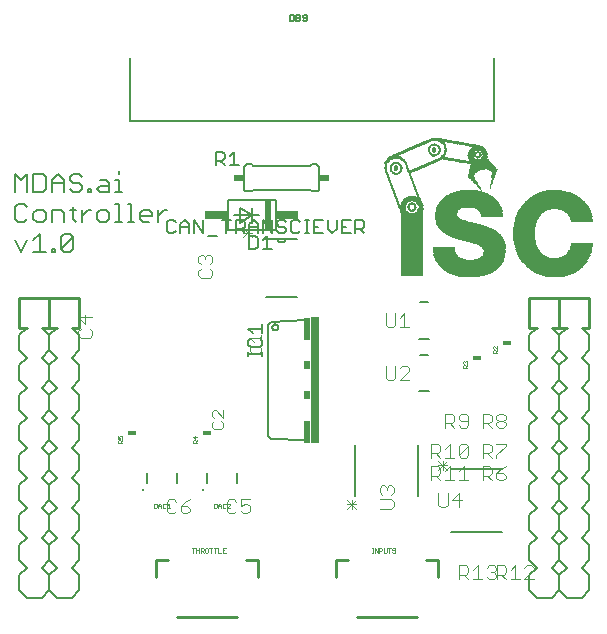
<source format=gbr>
G04 EAGLE Gerber X2 export*
%TF.Part,Single*%
%TF.FileFunction,Legend,Top,1*%
%TF.FilePolarity,Positive*%
%TF.GenerationSoftware,Autodesk,EAGLE,9.0.0*%
%TF.CreationDate,2018-07-03T14:12:15Z*%
G75*
%MOMM*%
%FSLAX34Y34*%
%LPD*%
%AMOC8*
5,1,8,0,0,1.08239X$1,22.5*%
G01*
%ADD10C,0.127000*%
%ADD11R,0.711200X0.025400*%
%ADD12R,0.609600X0.025400*%
%ADD13R,1.270000X0.025400*%
%ADD14R,1.117600X0.025400*%
%ADD15R,1.651000X0.025400*%
%ADD16R,1.422400X0.025400*%
%ADD17R,1.905000X0.025400*%
%ADD18R,1.676400X0.025400*%
%ADD19R,2.159000X0.025400*%
%ADD20R,2.387600X0.025400*%
%ADD21R,2.082800X0.025400*%
%ADD22R,1.879600X0.025400*%
%ADD23R,2.540000X0.025400*%
%ADD24R,2.260600X0.025400*%
%ADD25R,2.743200X0.025400*%
%ADD26R,2.413000X0.025400*%
%ADD27R,2.895600X0.025400*%
%ADD28R,2.565400X0.025400*%
%ADD29R,3.048000X0.025400*%
%ADD30R,2.717800X0.025400*%
%ADD31R,3.175000X0.025400*%
%ADD32R,2.819400X0.025400*%
%ADD33R,3.302000X0.025400*%
%ADD34R,2.971800X0.025400*%
%ADD35R,3.429000X0.025400*%
%ADD36R,3.073400X0.025400*%
%ADD37R,3.530600X0.025400*%
%ADD38R,3.632200X0.025400*%
%ADD39R,3.276600X0.025400*%
%ADD40R,3.733800X0.025400*%
%ADD41R,3.378200X0.025400*%
%ADD42R,3.835400X0.025400*%
%ADD43R,3.479800X0.025400*%
%ADD44R,3.937000X0.025400*%
%ADD45R,3.581400X0.025400*%
%ADD46R,4.013200X0.025400*%
%ADD47R,3.657600X0.025400*%
%ADD48R,4.089400X0.025400*%
%ADD49R,4.191000X0.025400*%
%ADD50R,4.267200X0.025400*%
%ADD51R,3.886200X0.025400*%
%ADD52R,4.343400X0.025400*%
%ADD53R,3.987800X0.025400*%
%ADD54R,4.394200X0.025400*%
%ADD55R,4.038600X0.025400*%
%ADD56R,4.470400X0.025400*%
%ADD57R,4.114800X0.025400*%
%ADD58R,4.546600X0.025400*%
%ADD59R,4.597400X0.025400*%
%ADD60R,4.648200X0.025400*%
%ADD61R,4.318000X0.025400*%
%ADD62R,4.724400X0.025400*%
%ADD63R,4.368800X0.025400*%
%ADD64R,4.775200X0.025400*%
%ADD65R,4.445000X0.025400*%
%ADD66R,4.826000X0.025400*%
%ADD67R,4.521200X0.025400*%
%ADD68R,4.876800X0.025400*%
%ADD69R,4.572000X0.025400*%
%ADD70R,4.927600X0.025400*%
%ADD71R,4.622800X0.025400*%
%ADD72R,4.978400X0.025400*%
%ADD73R,4.673600X0.025400*%
%ADD74R,5.029200X0.025400*%
%ADD75R,5.080000X0.025400*%
%ADD76R,5.130800X0.025400*%
%ADD77R,5.156200X0.025400*%
%ADD78R,5.207000X0.025400*%
%ADD79R,5.232400X0.025400*%
%ADD80R,5.283200X0.025400*%
%ADD81R,5.334000X0.025400*%
%ADD82R,5.359400X0.025400*%
%ADD83R,5.384800X0.025400*%
%ADD84R,5.435600X0.025400*%
%ADD85R,5.461000X0.025400*%
%ADD86R,5.257800X0.025400*%
%ADD87R,5.486400X0.025400*%
%ADD88R,5.308600X0.025400*%
%ADD89R,5.537200X0.025400*%
%ADD90R,5.588000X0.025400*%
%ADD91R,5.410200X0.025400*%
%ADD92R,5.613400X0.025400*%
%ADD93R,5.638800X0.025400*%
%ADD94R,5.664200X0.025400*%
%ADD95R,5.689600X0.025400*%
%ADD96R,5.562600X0.025400*%
%ADD97R,5.715000X0.025400*%
%ADD98R,5.740400X0.025400*%
%ADD99R,5.765800X0.025400*%
%ADD100R,2.590800X0.025400*%
%ADD101R,2.489200X0.025400*%
%ADD102R,2.438400X0.025400*%
%ADD103R,2.362200X0.025400*%
%ADD104R,2.311400X0.025400*%
%ADD105R,2.209800X0.025400*%
%ADD106R,5.791200X0.025400*%
%ADD107R,5.816600X0.025400*%
%ADD108R,2.108200X0.025400*%
%ADD109R,5.842000X0.025400*%
%ADD110R,2.641600X0.025400*%
%ADD111R,2.032000X0.025400*%
%ADD112R,2.006600X0.025400*%
%ADD113R,2.463800X0.025400*%
%ADD114R,1.981200X0.025400*%
%ADD115R,1.955800X0.025400*%
%ADD116R,2.336800X0.025400*%
%ADD117R,1.930400X0.025400*%
%ADD118R,2.286000X0.025400*%
%ADD119R,2.235200X0.025400*%
%ADD120R,2.184400X0.025400*%
%ADD121R,1.854200X0.025400*%
%ADD122R,2.133600X0.025400*%
%ADD123R,2.057400X0.025400*%
%ADD124R,1.828800X0.025400*%
%ADD125R,2.692400X0.025400*%
%ADD126R,2.794000X0.025400*%
%ADD127R,2.870200X0.025400*%
%ADD128R,2.946400X0.025400*%
%ADD129R,3.149600X0.025400*%
%ADD130R,3.225800X0.025400*%
%ADD131R,3.327400X0.025400*%
%ADD132R,3.810000X0.025400*%
%ADD133R,4.064000X0.025400*%
%ADD134R,4.140200X0.025400*%
%ADD135R,4.216400X0.025400*%
%ADD136R,4.419600X0.025400*%
%ADD137R,4.495800X0.025400*%
%ADD138R,4.292600X0.025400*%
%ADD139R,4.241800X0.025400*%
%ADD140R,4.165600X0.025400*%
%ADD141R,3.860800X0.025400*%
%ADD142R,3.708400X0.025400*%
%ADD143R,3.556000X0.025400*%
%ADD144R,3.200400X0.025400*%
%ADD145R,3.098800X0.025400*%
%ADD146R,3.022600X0.025400*%
%ADD147R,2.921000X0.025400*%
%ADD148R,1.803400X0.025400*%
%ADD149R,0.812800X0.025400*%
%ADD150R,0.736600X0.025400*%
%ADD151R,0.685800X0.025400*%
%ADD152R,0.660400X0.025400*%
%ADD153R,0.635000X0.025400*%
%ADD154R,0.584200X0.025400*%
%ADD155R,0.177800X0.025400*%
%ADD156R,0.558800X0.025400*%
%ADD157R,0.355600X0.025400*%
%ADD158R,0.533400X0.025400*%
%ADD159R,0.406400X0.025400*%
%ADD160R,0.508000X0.025400*%
%ADD161R,0.482600X0.025400*%
%ADD162R,0.457200X0.025400*%
%ADD163R,0.254000X0.025400*%
%ADD164R,0.203200X0.025400*%
%ADD165R,0.228600X0.025400*%
%ADD166R,0.431800X0.025400*%
%ADD167R,5.892800X0.025400*%
%ADD168R,5.867400X0.025400*%
%ADD169R,0.152400X0.025400*%
%ADD170R,5.181600X0.025400*%
%ADD171R,5.105400X0.025400*%
%ADD172R,0.304800X0.025400*%
%ADD173R,5.054600X0.025400*%
%ADD174R,5.003800X0.025400*%
%ADD175R,4.902200X0.025400*%
%ADD176R,4.953000X0.025400*%
%ADD177R,4.851400X0.025400*%
%ADD178R,4.800600X0.025400*%
%ADD179R,1.549400X0.025400*%
%ADD180R,1.498600X0.025400*%
%ADD181R,4.749800X0.025400*%
%ADD182R,1.447800X0.025400*%
%ADD183R,1.397000X0.025400*%
%ADD184R,1.346200X0.025400*%
%ADD185R,1.320800X0.025400*%
%ADD186R,1.244600X0.025400*%
%ADD187R,1.219200X0.025400*%
%ADD188R,1.143000X0.025400*%
%ADD189R,1.041400X0.025400*%
%ADD190R,3.962400X0.025400*%
%ADD191R,3.454400X0.025400*%
%ADD192R,3.352800X0.025400*%
%ADD193R,3.251200X0.025400*%
%ADD194R,3.124200X0.025400*%
%ADD195R,2.768600X0.025400*%
%ADD196R,2.667000X0.025400*%
%ADD197R,2.616200X0.025400*%
%ADD198R,2.514600X0.025400*%
%ADD199R,1.727200X0.025400*%
%ADD200R,1.625600X0.025400*%
%ADD201R,1.473200X0.025400*%
%ADD202R,1.371600X0.025400*%
%ADD203R,0.050800X0.025400*%
%ADD204R,1.066800X0.025400*%
%ADD205R,0.076200X0.025400*%
%ADD206R,0.127000X0.025400*%
%ADD207R,0.025400X0.025400*%
%ADD208R,0.101600X0.025400*%
%ADD209R,0.279400X0.025400*%
%ADD210R,0.330200X0.025400*%
%ADD211R,0.381000X0.025400*%
%ADD212R,0.762000X0.025400*%
%ADD213R,0.787400X0.025400*%
%ADD214R,0.889000X0.025400*%
%ADD215R,1.016000X0.025400*%
%ADD216R,1.168400X0.025400*%
%ADD217R,0.838200X0.025400*%
%ADD218R,0.990600X0.025400*%
%ADD219R,0.914400X0.025400*%
%ADD220R,1.092200X0.025400*%
%ADD221R,0.863600X0.025400*%
%ADD222R,0.965200X0.025400*%
%ADD223R,0.939800X0.025400*%
%ADD224R,1.295400X0.025400*%
%ADD225R,1.193800X0.025400*%
%ADD226R,1.752600X0.025400*%
%ADD227R,1.574800X0.025400*%
%ADD228C,0.203200*%
%ADD229C,0.228600*%
%ADD230C,0.152400*%
%ADD231C,0.076200*%
%ADD232R,0.863600X0.609600*%
%ADD233C,0.101600*%
%ADD234C,0.025400*%
%ADD235C,0.254000*%
%ADD236R,0.762000X0.457200*%
%ADD237R,0.762000X10.668000*%
%ADD238R,0.508000X1.905000*%
%ADD239R,0.508000X0.762000*%
%ADD240C,0.254000*%
%ADD241R,0.508000X2.540000*%
%ADD242R,1.905000X0.762000*%


D10*
X28448Y368681D02*
X28448Y384188D01*
X33617Y379019D01*
X38786Y384188D01*
X38786Y368681D01*
X43884Y368681D02*
X43884Y384188D01*
X43884Y368681D02*
X51638Y368681D01*
X54222Y371266D01*
X54222Y381604D01*
X51638Y384188D01*
X43884Y384188D01*
X59320Y379019D02*
X59320Y368681D01*
X59320Y379019D02*
X64489Y384188D01*
X69658Y379019D01*
X69658Y368681D01*
X69658Y376435D02*
X59320Y376435D01*
X82510Y384188D02*
X85094Y381604D01*
X82510Y384188D02*
X77341Y384188D01*
X74756Y381604D01*
X74756Y379019D01*
X77341Y376435D01*
X82510Y376435D01*
X85094Y373850D01*
X85094Y371266D01*
X82510Y368681D01*
X77341Y368681D01*
X74756Y371266D01*
X90192Y371266D02*
X90192Y368681D01*
X90192Y371266D02*
X92777Y371266D01*
X92777Y368681D01*
X90192Y368681D01*
X100495Y379019D02*
X105664Y379019D01*
X108248Y376435D01*
X108248Y368681D01*
X100495Y368681D01*
X97910Y371266D01*
X100495Y373850D01*
X108248Y373850D01*
X113346Y379019D02*
X115931Y379019D01*
X115931Y368681D01*
X118515Y368681D02*
X113346Y368681D01*
X115931Y384188D02*
X115931Y386773D01*
X38786Y356458D02*
X36202Y359042D01*
X31033Y359042D01*
X28448Y356458D01*
X28448Y346120D01*
X31033Y343535D01*
X36202Y343535D01*
X38786Y346120D01*
X46469Y343535D02*
X51638Y343535D01*
X54222Y346120D01*
X54222Y351289D01*
X51638Y353873D01*
X46469Y353873D01*
X43884Y351289D01*
X43884Y346120D01*
X46469Y343535D01*
X59320Y343535D02*
X59320Y353873D01*
X67074Y353873D01*
X69658Y351289D01*
X69658Y343535D01*
X77341Y346120D02*
X77341Y356458D01*
X77341Y346120D02*
X79925Y343535D01*
X79925Y353873D02*
X74756Y353873D01*
X85047Y353873D02*
X85047Y343535D01*
X85047Y348704D02*
X90216Y353873D01*
X92801Y353873D01*
X100495Y343535D02*
X105664Y343535D01*
X108248Y346120D01*
X108248Y351289D01*
X105664Y353873D01*
X100495Y353873D01*
X97910Y351289D01*
X97910Y346120D01*
X100495Y343535D01*
X113346Y359042D02*
X115931Y359042D01*
X115931Y343535D01*
X118515Y343535D02*
X113346Y343535D01*
X123637Y359042D02*
X126222Y359042D01*
X126222Y343535D01*
X128806Y343535D02*
X123637Y343535D01*
X136512Y343535D02*
X141681Y343535D01*
X136512Y343535D02*
X133928Y346120D01*
X133928Y351289D01*
X136512Y353873D01*
X141681Y353873D01*
X144266Y351289D01*
X144266Y348704D01*
X133928Y348704D01*
X149364Y343535D02*
X149364Y353873D01*
X149364Y348704D02*
X154533Y353873D01*
X157117Y353873D01*
X33617Y318389D02*
X28448Y328727D01*
X38786Y328727D02*
X33617Y318389D01*
X43884Y328727D02*
X49053Y333896D01*
X49053Y318389D01*
X43884Y318389D02*
X54222Y318389D01*
X59320Y318389D02*
X59320Y320974D01*
X61905Y320974D01*
X61905Y318389D01*
X59320Y318389D01*
X67038Y320974D02*
X67038Y331312D01*
X69623Y333896D01*
X74792Y333896D01*
X77376Y331312D01*
X77376Y320974D01*
X74792Y318389D01*
X69623Y318389D01*
X67038Y320974D01*
X77376Y331312D01*
D11*
X412877Y296672D03*
D12*
X485267Y296672D03*
D13*
X412877Y296926D03*
D14*
X485267Y296926D03*
D15*
X413004Y297180D03*
D16*
X485267Y297180D03*
D17*
X413004Y297434D03*
D18*
X485267Y297434D03*
D19*
X413004Y297688D03*
D17*
X485394Y297688D03*
D20*
X413131Y297942D03*
D21*
X485267Y297942D03*
D22*
X364363Y298196D03*
D23*
X413131Y298196D03*
D24*
X485394Y298196D03*
D22*
X364363Y298450D03*
D25*
X413131Y298450D03*
D26*
X485394Y298450D03*
D22*
X364363Y298704D03*
D27*
X413131Y298704D03*
D28*
X485394Y298704D03*
D22*
X364363Y298958D03*
D29*
X413131Y298958D03*
D30*
X485394Y298958D03*
D22*
X364363Y299212D03*
D31*
X413258Y299212D03*
D32*
X485394Y299212D03*
D22*
X364363Y299466D03*
D33*
X413131Y299466D03*
D34*
X485394Y299466D03*
D22*
X364363Y299720D03*
D35*
X413258Y299720D03*
D36*
X485394Y299720D03*
D22*
X364363Y299974D03*
D37*
X413258Y299974D03*
D31*
X485394Y299974D03*
D22*
X364363Y300228D03*
D38*
X413258Y300228D03*
D39*
X485394Y300228D03*
D22*
X364363Y300482D03*
D40*
X413258Y300482D03*
D41*
X485394Y300482D03*
D22*
X364363Y300736D03*
D42*
X413258Y300736D03*
D43*
X485394Y300736D03*
D22*
X364363Y300990D03*
D44*
X413258Y300990D03*
D45*
X485394Y300990D03*
D22*
X364363Y301244D03*
D46*
X413131Y301244D03*
D47*
X485267Y301244D03*
D22*
X364363Y301498D03*
D48*
X413258Y301498D03*
D40*
X485394Y301498D03*
D22*
X364363Y301752D03*
D49*
X413258Y301752D03*
D42*
X485394Y301752D03*
D22*
X364363Y302006D03*
D50*
X413131Y302006D03*
D51*
X485394Y302006D03*
D22*
X364363Y302260D03*
D52*
X413258Y302260D03*
D53*
X485394Y302260D03*
D22*
X364363Y302514D03*
D54*
X413258Y302514D03*
D55*
X485394Y302514D03*
D22*
X364363Y302768D03*
D56*
X413131Y302768D03*
D57*
X485267Y302768D03*
D22*
X364363Y303022D03*
D58*
X413258Y303022D03*
D49*
X485394Y303022D03*
D22*
X364363Y303276D03*
D59*
X413258Y303276D03*
D50*
X485267Y303276D03*
D22*
X364363Y303530D03*
D60*
X413258Y303530D03*
D61*
X485267Y303530D03*
D22*
X364363Y303784D03*
D62*
X413131Y303784D03*
D63*
X485267Y303784D03*
D22*
X364363Y304038D03*
D64*
X413131Y304038D03*
D65*
X485394Y304038D03*
D22*
X364363Y304292D03*
D66*
X413131Y304292D03*
D67*
X485267Y304292D03*
D22*
X364363Y304546D03*
D68*
X413131Y304546D03*
D69*
X485267Y304546D03*
D22*
X364363Y304800D03*
D70*
X413131Y304800D03*
D71*
X485267Y304800D03*
D22*
X364363Y305054D03*
D72*
X413131Y305054D03*
D73*
X485267Y305054D03*
D22*
X364363Y305308D03*
D74*
X413131Y305308D03*
D62*
X485267Y305308D03*
D22*
X364363Y305562D03*
D75*
X413131Y305562D03*
D64*
X485267Y305562D03*
D22*
X364363Y305816D03*
D76*
X413131Y305816D03*
D66*
X485267Y305816D03*
D22*
X364363Y306070D03*
D77*
X413258Y306070D03*
D68*
X485267Y306070D03*
D22*
X364363Y306324D03*
D78*
X413258Y306324D03*
D70*
X485267Y306324D03*
D22*
X364363Y306578D03*
D79*
X413131Y306578D03*
D72*
X485267Y306578D03*
D22*
X364363Y306832D03*
D80*
X413131Y306832D03*
D74*
X485267Y306832D03*
D22*
X364363Y307086D03*
D81*
X413131Y307086D03*
D75*
X485267Y307086D03*
D22*
X364363Y307340D03*
D82*
X413258Y307340D03*
D76*
X485267Y307340D03*
D22*
X364363Y307594D03*
D83*
X413131Y307594D03*
D77*
X485140Y307594D03*
D22*
X364363Y307848D03*
D84*
X413131Y307848D03*
D78*
X485140Y307848D03*
D22*
X364363Y308102D03*
D85*
X413258Y308102D03*
D86*
X485140Y308102D03*
D22*
X364363Y308356D03*
D87*
X413131Y308356D03*
D88*
X485140Y308356D03*
D22*
X364363Y308610D03*
D89*
X413131Y308610D03*
D81*
X485013Y308610D03*
D22*
X364363Y308864D03*
D89*
X413131Y308864D03*
D82*
X485140Y308864D03*
D22*
X364363Y309118D03*
D90*
X413131Y309118D03*
D91*
X485140Y309118D03*
D22*
X364363Y309372D03*
D92*
X413004Y309372D03*
D85*
X485140Y309372D03*
D22*
X364363Y309626D03*
D93*
X413131Y309626D03*
D87*
X485013Y309626D03*
D22*
X364363Y309880D03*
D94*
X413004Y309880D03*
D89*
X485013Y309880D03*
D22*
X364363Y310134D03*
D95*
X413131Y310134D03*
D96*
X485140Y310134D03*
D22*
X364363Y310388D03*
D97*
X413004Y310388D03*
D90*
X485013Y310388D03*
D22*
X364363Y310642D03*
D98*
X413131Y310642D03*
D93*
X485013Y310642D03*
D22*
X364363Y310896D03*
D99*
X413004Y310896D03*
D94*
X484886Y310896D03*
D22*
X364363Y311150D03*
D100*
X397129Y311150D03*
D101*
X429641Y311150D03*
D95*
X485013Y311150D03*
D22*
X364363Y311404D03*
D102*
X396367Y311404D03*
D103*
X430276Y311404D03*
D98*
X485013Y311404D03*
D22*
X364363Y311658D03*
D20*
X395859Y311658D03*
D24*
X430784Y311658D03*
D99*
X484886Y311658D03*
D22*
X364363Y311912D03*
D104*
X395478Y311912D03*
D105*
X431292Y311912D03*
D106*
X485013Y311912D03*
D22*
X364363Y312166D03*
D24*
X394970Y312166D03*
D19*
X431546Y312166D03*
D107*
X484886Y312166D03*
D22*
X364363Y312420D03*
D105*
X394716Y312420D03*
D108*
X431800Y312420D03*
D109*
X485013Y312420D03*
D22*
X364363Y312674D03*
D19*
X394462Y312674D03*
D21*
X432181Y312674D03*
D110*
X468757Y312674D03*
X501015Y312674D03*
D22*
X364363Y312928D03*
D19*
X394208Y312928D03*
D111*
X432435Y312928D03*
D23*
X467995Y312928D03*
X501777Y312928D03*
D22*
X364363Y313182D03*
D108*
X393954Y313182D03*
D112*
X432562Y313182D03*
D113*
X467614Y313182D03*
D102*
X502285Y313182D03*
D22*
X364363Y313436D03*
D21*
X393827Y313436D03*
D114*
X432943Y313436D03*
D26*
X467106Y313436D03*
D20*
X502793Y313436D03*
D22*
X364363Y313690D03*
D21*
X393573Y313690D03*
D115*
X433070Y313690D03*
D116*
X466725Y313690D03*
X503047Y313690D03*
D22*
X364363Y313944D03*
D111*
X393319Y313944D03*
D117*
X433197Y313944D03*
D104*
X466344Y313944D03*
X503428Y313944D03*
D22*
X364363Y314198D03*
D112*
X393192Y314198D03*
D17*
X433324Y314198D03*
D118*
X465963Y314198D03*
D24*
X503682Y314198D03*
D22*
X364363Y314452D03*
D111*
X393065Y314452D03*
D117*
X433451Y314452D03*
D119*
X465709Y314452D03*
D105*
X503936Y314452D03*
D22*
X364363Y314706D03*
D112*
X392938Y314706D03*
D17*
X433578Y314706D03*
D119*
X465455Y314706D03*
D120*
X504317Y314706D03*
D22*
X364363Y314960D03*
D114*
X392811Y314960D03*
D22*
X433705Y314960D03*
D120*
X465201Y314960D03*
D19*
X504444Y314960D03*
D22*
X364363Y315214D03*
D115*
X392684Y315214D03*
D22*
X433705Y315214D03*
D120*
X464947Y315214D03*
D19*
X504698Y315214D03*
D22*
X364363Y315468D03*
D114*
X392557Y315468D03*
D121*
X433832Y315468D03*
D122*
X464693Y315468D03*
D108*
X504952Y315468D03*
D22*
X364363Y315722D03*
D115*
X392430Y315722D03*
D22*
X433959Y315722D03*
D122*
X464439Y315722D03*
D21*
X505079Y315722D03*
D22*
X364363Y315976D03*
D117*
X392303Y315976D03*
D121*
X434086Y315976D03*
D108*
X464312Y315976D03*
D21*
X505333Y315976D03*
D22*
X364363Y316230D03*
D117*
X392303Y316230D03*
D121*
X434086Y316230D03*
D108*
X464058Y316230D03*
D123*
X505460Y316230D03*
D22*
X364363Y316484D03*
D17*
X392176Y316484D03*
D121*
X434086Y316484D03*
D21*
X463931Y316484D03*
D111*
X505587Y316484D03*
D22*
X364363Y316738D03*
D117*
X392049Y316738D03*
D124*
X434213Y316738D03*
D123*
X463804Y316738D03*
D111*
X505841Y316738D03*
D22*
X364363Y316992D03*
D17*
X391922Y316992D03*
D124*
X434213Y316992D03*
D123*
X463550Y316992D03*
D112*
X505968Y316992D03*
D22*
X364363Y317246D03*
D17*
X391922Y317246D03*
D124*
X434213Y317246D03*
D111*
X463423Y317246D03*
D114*
X506095Y317246D03*
D22*
X364363Y317500D03*
D17*
X391922Y317500D03*
D124*
X434213Y317500D03*
D111*
X463169Y317500D03*
D112*
X506222Y317500D03*
D22*
X364363Y317754D03*
X391795Y317754D03*
D121*
X434340Y317754D03*
D112*
X463042Y317754D03*
D114*
X506349Y317754D03*
D22*
X364363Y318008D03*
X391795Y318008D03*
D121*
X434340Y318008D03*
D112*
X462788Y318008D03*
D115*
X506476Y318008D03*
D22*
X364363Y318262D03*
D17*
X391668Y318262D03*
D121*
X434340Y318262D03*
D112*
X462788Y318262D03*
D115*
X506476Y318262D03*
D22*
X364363Y318516D03*
X391541Y318516D03*
D121*
X434340Y318516D03*
D114*
X462661Y318516D03*
D115*
X506730Y318516D03*
D22*
X364363Y318770D03*
X391541Y318770D03*
D121*
X434340Y318770D03*
D114*
X462407Y318770D03*
D115*
X506730Y318770D03*
D22*
X364363Y319024D03*
X391541Y319024D03*
D121*
X434340Y319024D03*
D114*
X462407Y319024D03*
D117*
X506857Y319024D03*
D22*
X364363Y319278D03*
X391541Y319278D03*
D121*
X434340Y319278D03*
D115*
X462280Y319278D03*
D17*
X506984Y319278D03*
D22*
X364363Y319532D03*
D121*
X391414Y319532D03*
D22*
X434213Y319532D03*
D115*
X462026Y319532D03*
D117*
X507111Y319532D03*
D22*
X364363Y319786D03*
D121*
X391414Y319786D03*
D22*
X434213Y319786D03*
D115*
X462026Y319786D03*
D17*
X507238Y319786D03*
D22*
X364363Y320040D03*
D121*
X391414Y320040D03*
D17*
X434086Y320040D03*
D115*
X461772Y320040D03*
D17*
X507238Y320040D03*
D22*
X364363Y320294D03*
D121*
X391414Y320294D03*
D17*
X434086Y320294D03*
D115*
X461772Y320294D03*
D17*
X507238Y320294D03*
D22*
X364363Y320548D03*
D121*
X391414Y320548D03*
D117*
X433959Y320548D03*
X461645Y320548D03*
D17*
X507492Y320548D03*
D22*
X364363Y320802D03*
D121*
X391414Y320802D03*
D117*
X433959Y320802D03*
X461645Y320802D03*
D17*
X507492Y320802D03*
D22*
X364363Y321056D03*
D121*
X391414Y321056D03*
D115*
X433832Y321056D03*
D117*
X461391Y321056D03*
D22*
X507619Y321056D03*
X364363Y321310D03*
D121*
X391414Y321310D03*
D114*
X433705Y321310D03*
D117*
X461391Y321310D03*
D22*
X507619Y321310D03*
X364363Y321564D03*
D121*
X391414Y321564D03*
D112*
X433578Y321564D03*
D17*
X461264Y321564D03*
D22*
X507619Y321564D03*
X364363Y321818D03*
D124*
X391287Y321818D03*
D111*
X433451Y321818D03*
D117*
X461137Y321818D03*
D121*
X507746Y321818D03*
D22*
X364363Y322072D03*
D123*
X433324Y322072D03*
D17*
X461010Y322072D03*
D22*
X507873Y322072D03*
X364363Y322326D03*
D21*
X433197Y322326D03*
D17*
X461010Y322326D03*
D22*
X507873Y322326D03*
X364363Y322580D03*
D21*
X432943Y322580D03*
D17*
X460756Y322580D03*
D22*
X507873Y322580D03*
X364363Y322834D03*
D122*
X432689Y322834D03*
D17*
X460756Y322834D03*
D121*
X508000Y322834D03*
D22*
X364363Y323088D03*
D19*
X432562Y323088D03*
D17*
X460756Y323088D03*
D121*
X508000Y323088D03*
D22*
X364363Y323342D03*
D105*
X432308Y323342D03*
D22*
X460629Y323342D03*
D121*
X508000Y323342D03*
D22*
X364363Y323596D03*
D24*
X432054Y323596D03*
D17*
X460502Y323596D03*
D121*
X508000Y323596D03*
D22*
X364363Y323850D03*
D104*
X431800Y323850D03*
D22*
X460375Y323850D03*
D121*
X508000Y323850D03*
D22*
X364363Y324104D03*
D20*
X431419Y324104D03*
D22*
X460375Y324104D03*
X508127Y324104D03*
X364363Y324358D03*
D26*
X431038Y324358D03*
D22*
X460375Y324358D03*
D121*
X508254Y324358D03*
D22*
X364363Y324612D03*
D101*
X430657Y324612D03*
D22*
X460375Y324612D03*
D121*
X508254Y324612D03*
D22*
X364363Y324866D03*
D28*
X430276Y324866D03*
D22*
X460121Y324866D03*
D121*
X508254Y324866D03*
D22*
X364363Y325120D03*
D110*
X429895Y325120D03*
D22*
X460121Y325120D03*
D121*
X508254Y325120D03*
D22*
X364363Y325374D03*
D125*
X429387Y325374D03*
D22*
X460121Y325374D03*
D121*
X508254Y325374D03*
D22*
X364363Y325628D03*
D126*
X428879Y325628D03*
D121*
X459994Y325628D03*
D22*
X364363Y325882D03*
D127*
X428498Y325882D03*
D121*
X459994Y325882D03*
D22*
X364363Y326136D03*
D128*
X427863Y326136D03*
D22*
X459867Y326136D03*
X364363Y326390D03*
D29*
X427355Y326390D03*
D22*
X459867Y326390D03*
X364363Y326644D03*
D129*
X426847Y326644D03*
D22*
X459867Y326644D03*
X364363Y326898D03*
D130*
X426212Y326898D03*
D121*
X459740Y326898D03*
D22*
X364363Y327152D03*
D131*
X425704Y327152D03*
D121*
X459740Y327152D03*
D22*
X364363Y327406D03*
D35*
X425196Y327406D03*
D121*
X459740Y327406D03*
D22*
X364363Y327660D03*
D43*
X424688Y327660D03*
D121*
X459740Y327660D03*
D22*
X364363Y327914D03*
D45*
X424180Y327914D03*
D22*
X459613Y327914D03*
X364363Y328168D03*
D47*
X423545Y328168D03*
D121*
X459486Y328168D03*
D22*
X364363Y328422D03*
D40*
X423164Y328422D03*
D121*
X459486Y328422D03*
D22*
X364363Y328676D03*
D132*
X422529Y328676D03*
D121*
X459486Y328676D03*
D22*
X364363Y328930D03*
D51*
X422148Y328930D03*
D121*
X459486Y328930D03*
D22*
X364363Y329184D03*
D44*
X421640Y329184D03*
D121*
X459486Y329184D03*
D22*
X364363Y329438D03*
D46*
X421259Y329438D03*
D121*
X459486Y329438D03*
D22*
X364363Y329692D03*
D133*
X420751Y329692D03*
D121*
X459486Y329692D03*
D22*
X364363Y329946D03*
D134*
X420370Y329946D03*
D121*
X459486Y329946D03*
D22*
X364363Y330200D03*
D49*
X419862Y330200D03*
D124*
X459359Y330200D03*
D22*
X364363Y330454D03*
D135*
X419481Y330454D03*
D121*
X459232Y330454D03*
D22*
X364363Y330708D03*
D50*
X418973Y330708D03*
D121*
X459232Y330708D03*
D22*
X364363Y330962D03*
D61*
X418719Y330962D03*
D121*
X459232Y330962D03*
D22*
X364363Y331216D03*
D52*
X418338Y331216D03*
D121*
X459232Y331216D03*
D22*
X364363Y331470D03*
D54*
X417830Y331470D03*
D121*
X459232Y331470D03*
D22*
X364363Y331724D03*
D136*
X417449Y331724D03*
D121*
X459232Y331724D03*
D22*
X364363Y331978D03*
D65*
X417068Y331978D03*
D121*
X459232Y331978D03*
D22*
X364363Y332232D03*
D56*
X416941Y332232D03*
D121*
X459232Y332232D03*
D22*
X364363Y332486D03*
D137*
X416560Y332486D03*
D121*
X459232Y332486D03*
D22*
X364363Y332740D03*
D67*
X416179Y332740D03*
D121*
X459232Y332740D03*
D22*
X364363Y332994D03*
D58*
X415798Y332994D03*
D121*
X459232Y332994D03*
D22*
X364363Y333248D03*
D58*
X415544Y333248D03*
D121*
X459232Y333248D03*
D22*
X364363Y333502D03*
D69*
X415163Y333502D03*
D121*
X459232Y333502D03*
D22*
X364363Y333756D03*
D58*
X414782Y333756D03*
D121*
X459232Y333756D03*
D22*
X364363Y334010D03*
D69*
X414401Y334010D03*
D121*
X459232Y334010D03*
D22*
X364363Y334264D03*
D69*
X414147Y334264D03*
D121*
X459232Y334264D03*
D22*
X364363Y334518D03*
D69*
X413893Y334518D03*
D121*
X459232Y334518D03*
D22*
X364363Y334772D03*
D69*
X413385Y334772D03*
D121*
X459232Y334772D03*
D22*
X364363Y335026D03*
D69*
X413131Y335026D03*
D121*
X459232Y335026D03*
D22*
X364363Y335280D03*
D69*
X412877Y335280D03*
D121*
X459232Y335280D03*
D22*
X364363Y335534D03*
D58*
X412496Y335534D03*
D121*
X459232Y335534D03*
D22*
X364363Y335788D03*
D58*
X412242Y335788D03*
D121*
X459232Y335788D03*
D22*
X364363Y336042D03*
D67*
X411861Y336042D03*
D121*
X459232Y336042D03*
D22*
X364363Y336296D03*
D137*
X411480Y336296D03*
D121*
X459232Y336296D03*
D22*
X364363Y336550D03*
D137*
X411226Y336550D03*
D121*
X459486Y336550D03*
D22*
X364363Y336804D03*
D56*
X410845Y336804D03*
D121*
X459486Y336804D03*
D22*
X364363Y337058D03*
D65*
X410464Y337058D03*
D121*
X459486Y337058D03*
D22*
X364363Y337312D03*
D136*
X410083Y337312D03*
D121*
X459486Y337312D03*
D22*
X364363Y337566D03*
D54*
X409702Y337566D03*
D121*
X459486Y337566D03*
D22*
X364363Y337820D03*
D63*
X409321Y337820D03*
D121*
X459486Y337820D03*
D22*
X364363Y338074D03*
D138*
X408940Y338074D03*
D121*
X459486Y338074D03*
D22*
X364363Y338328D03*
D50*
X408559Y338328D03*
D121*
X459486Y338328D03*
D22*
X364363Y338582D03*
D139*
X408178Y338582D03*
D121*
X459486Y338582D03*
D22*
X364363Y338836D03*
D140*
X407797Y338836D03*
D22*
X459613Y338836D03*
X364363Y339090D03*
D57*
X407289Y339090D03*
D121*
X459740Y339090D03*
D22*
X364363Y339344D03*
D133*
X406781Y339344D03*
D121*
X459740Y339344D03*
D22*
X364363Y339598D03*
D53*
X406400Y339598D03*
D121*
X459740Y339598D03*
D22*
X364363Y339852D03*
D44*
X405892Y339852D03*
D121*
X459740Y339852D03*
D22*
X364363Y340106D03*
D141*
X405511Y340106D03*
D22*
X459867Y340106D03*
X364363Y340360D03*
D132*
X405003Y340360D03*
D22*
X459867Y340360D03*
X364363Y340614D03*
D142*
X404495Y340614D03*
D22*
X459867Y340614D03*
X364363Y340868D03*
D47*
X403987Y340868D03*
D121*
X459994Y340868D03*
D22*
X364363Y341122D03*
D143*
X403479Y341122D03*
D121*
X459994Y341122D03*
D22*
X364363Y341376D03*
D43*
X402844Y341376D03*
D22*
X460121Y341376D03*
X364363Y341630D03*
D41*
X402336Y341630D03*
D22*
X460121Y341630D03*
X364363Y341884D03*
D33*
X401701Y341884D03*
D22*
X460121Y341884D03*
X364363Y342138D03*
D144*
X401193Y342138D03*
D22*
X460375Y342138D03*
X364363Y342392D03*
D145*
X400685Y342392D03*
D22*
X460375Y342392D03*
X364363Y342646D03*
D146*
X400050Y342646D03*
D22*
X460375Y342646D03*
X364363Y342900D03*
D147*
X399542Y342900D03*
D22*
X460375Y342900D03*
X364363Y343154D03*
D32*
X399034Y343154D03*
D17*
X460502Y343154D03*
D22*
X364363Y343408D03*
D30*
X398526Y343408D03*
D22*
X460629Y343408D03*
D148*
X508254Y343408D03*
D22*
X364363Y343662D03*
D110*
X397891Y343662D03*
D17*
X460756Y343662D03*
D121*
X508254Y343662D03*
D22*
X364363Y343916D03*
D28*
X397510Y343916D03*
D17*
X460756Y343916D03*
D121*
X508254Y343916D03*
D22*
X364363Y344170D03*
D113*
X397002Y344170D03*
D17*
X460756Y344170D03*
D121*
X508254Y344170D03*
D22*
X364363Y344424D03*
D20*
X396621Y344424D03*
D17*
X461010Y344424D03*
D22*
X508127Y344424D03*
X364363Y344678D03*
D103*
X396240Y344678D03*
D17*
X461010Y344678D03*
D22*
X508127Y344678D03*
X364363Y344932D03*
D118*
X395859Y344932D03*
D117*
X461137Y344932D03*
D22*
X508127Y344932D03*
X364363Y345186D03*
D119*
X395605Y345186D03*
D17*
X461264Y345186D03*
D22*
X508127Y345186D03*
X364363Y345440D03*
D120*
X395351Y345440D03*
D117*
X461391Y345440D03*
D22*
X507873Y345440D03*
X364363Y345694D03*
D122*
X395097Y345694D03*
D117*
X461391Y345694D03*
D22*
X507873Y345694D03*
X364363Y345948D03*
D108*
X394716Y345948D03*
D117*
X461645Y345948D03*
D22*
X507873Y345948D03*
X364363Y346202D03*
D21*
X394589Y346202D03*
D117*
X461645Y346202D03*
D22*
X507873Y346202D03*
X364363Y346456D03*
D111*
X394335Y346456D03*
D115*
X461772Y346456D03*
D17*
X507746Y346456D03*
D22*
X364363Y346710D03*
D112*
X394208Y346710D03*
D117*
X461899Y346710D03*
D17*
X507746Y346710D03*
D22*
X364363Y346964D03*
D114*
X394081Y346964D03*
D115*
X462026Y346964D03*
D117*
X507619Y346964D03*
D22*
X364363Y347218D03*
D115*
X393954Y347218D03*
X462026Y347218D03*
D17*
X507492Y347218D03*
D22*
X364363Y347472D03*
D117*
X393827Y347472D03*
D121*
X432054Y347472D03*
D115*
X462280Y347472D03*
D117*
X507365Y347472D03*
D22*
X364363Y347726D03*
D17*
X393700Y347726D03*
D121*
X432054Y347726D03*
D114*
X462407Y347726D03*
D117*
X507365Y347726D03*
D22*
X364363Y347980D03*
D17*
X393700Y347980D03*
D121*
X432054Y347980D03*
D114*
X462407Y347980D03*
D115*
X507238Y347980D03*
D22*
X364363Y348234D03*
X393573Y348234D03*
D121*
X432054Y348234D03*
D114*
X462661Y348234D03*
D115*
X507238Y348234D03*
D22*
X364363Y348488D03*
X393573Y348488D03*
D121*
X432054Y348488D03*
D112*
X462788Y348488D03*
D115*
X506984Y348488D03*
D22*
X364363Y348742D03*
D121*
X393446Y348742D03*
X432054Y348742D03*
D112*
X462788Y348742D03*
D114*
X506857Y348742D03*
D22*
X364363Y348996D03*
D121*
X393446Y348996D03*
X432054Y348996D03*
D112*
X463042Y348996D03*
D114*
X506857Y348996D03*
D22*
X364363Y349250D03*
D121*
X393446Y349250D03*
X432054Y349250D03*
D111*
X463169Y349250D03*
D112*
X506730Y349250D03*
D22*
X364363Y349504D03*
D121*
X393446Y349504D03*
X432054Y349504D03*
D111*
X463423Y349504D03*
D112*
X506476Y349504D03*
D22*
X364363Y349758D03*
D121*
X393446Y349758D03*
D22*
X431927Y349758D03*
D123*
X463550Y349758D03*
D112*
X506476Y349758D03*
D22*
X364363Y350012D03*
D121*
X393446Y350012D03*
X431800Y350012D03*
D123*
X463804Y350012D03*
D111*
X506349Y350012D03*
D22*
X364363Y350266D03*
D121*
X393446Y350266D03*
X431800Y350266D03*
D21*
X463931Y350266D03*
D111*
X506095Y350266D03*
D149*
X359029Y350520D03*
X369697Y350520D03*
D121*
X393446Y350520D03*
D22*
X431673Y350520D03*
D108*
X464058Y350520D03*
D123*
X505968Y350520D03*
D150*
X358648Y350774D03*
X370078Y350774D03*
D121*
X393446Y350774D03*
D22*
X431673Y350774D03*
D108*
X464312Y350774D03*
D21*
X505841Y350774D03*
D11*
X358267Y351028D03*
D151*
X370332Y351028D03*
D121*
X393446Y351028D03*
D22*
X431673Y351028D03*
D122*
X464439Y351028D03*
D21*
X505587Y351028D03*
D152*
X358013Y351282D03*
D153*
X370586Y351282D03*
D121*
X393446Y351282D03*
D17*
X431546Y351282D03*
D122*
X464693Y351282D03*
X505333Y351282D03*
D153*
X357886Y351536D03*
D12*
X370713Y351536D03*
D121*
X393700Y351536D03*
D17*
X431546Y351536D03*
D120*
X464947Y351536D03*
D19*
X505206Y351536D03*
D153*
X357632Y351790D03*
D154*
X370840Y351790D03*
D121*
X393700Y351790D03*
D17*
X431292Y351790D03*
D120*
X465201Y351790D03*
D19*
X504952Y351790D03*
D12*
X357505Y352044D03*
D155*
X364236Y352044D03*
D156*
X370967Y352044D03*
D121*
X393700Y352044D03*
D117*
X431165Y352044D03*
D119*
X465455Y352044D03*
D105*
X504698Y352044D03*
D154*
X357124Y352298D03*
D157*
X364363Y352298D03*
D158*
X371094Y352298D03*
D22*
X393827Y352298D03*
D115*
X431038Y352298D03*
D119*
X465709Y352298D03*
D24*
X504444Y352298D03*
D154*
X357124Y352552D03*
D159*
X364363Y352552D03*
D160*
X371221Y352552D03*
D22*
X393827Y352552D03*
D115*
X431038Y352552D03*
D118*
X465963Y352552D03*
D24*
X504190Y352552D03*
D156*
X356997Y352806D03*
D160*
X364363Y352806D03*
D161*
X371348Y352806D03*
D17*
X393954Y352806D03*
D115*
X430784Y352806D03*
D104*
X466344Y352806D03*
D116*
X503809Y352806D03*
D156*
X356997Y353060D03*
X364363Y353060D03*
D161*
X371348Y353060D03*
D17*
X394208Y353060D03*
D114*
X430657Y353060D03*
D116*
X466725Y353060D03*
D103*
X503428Y353060D03*
D156*
X356743Y353314D03*
D154*
X364236Y353314D03*
D162*
X371475Y353314D03*
D117*
X394335Y353314D03*
D112*
X430530Y353314D03*
D26*
X467106Y353314D03*
X503174Y353314D03*
D156*
X356743Y353568D03*
D163*
X362585Y353568D03*
X366141Y353568D03*
D162*
X371475Y353568D03*
D115*
X394462Y353568D03*
D123*
X430276Y353568D03*
D113*
X467614Y353568D03*
X502666Y353568D03*
D158*
X356616Y353822D03*
D164*
X362077Y353822D03*
D165*
X366522Y353822D03*
D166*
X371602Y353822D03*
D114*
X394589Y353822D03*
D123*
X430022Y353822D03*
D23*
X467995Y353822D03*
D28*
X502158Y353822D03*
D156*
X356489Y354076D03*
D164*
X361823Y354076D03*
D155*
X366776Y354076D03*
D166*
X371602Y354076D03*
D114*
X394843Y354076D03*
D108*
X429768Y354076D03*
D110*
X468757Y354076D03*
D125*
X501269Y354076D03*
D158*
X356362Y354330D03*
D155*
X361696Y354330D03*
X367030Y354330D03*
D166*
X371602Y354330D03*
D112*
X394970Y354330D03*
D19*
X429514Y354330D03*
D167*
X485267Y354330D03*
D156*
X356235Y354584D03*
D155*
X361696Y354584D03*
X367030Y354584D03*
D159*
X371729Y354584D03*
D123*
X395224Y354584D03*
D120*
X429133Y354584D03*
D168*
X485140Y354584D03*
D154*
X356108Y354838D03*
D155*
X361442Y354838D03*
X367284Y354838D03*
D159*
X371729Y354838D03*
D21*
X395605Y354838D03*
D119*
X428879Y354838D03*
D109*
X485267Y354838D03*
D154*
X356108Y355092D03*
D155*
X361442Y355092D03*
X367284Y355092D03*
D159*
X371729Y355092D03*
D19*
X395986Y355092D03*
D104*
X428498Y355092D03*
D107*
X485140Y355092D03*
D154*
X356108Y355346D03*
D169*
X361315Y355346D03*
D155*
X367284Y355346D03*
D159*
X371729Y355346D03*
D119*
X396367Y355346D03*
D103*
X427990Y355346D03*
D99*
X485140Y355346D03*
D12*
X355981Y355600D03*
D169*
X361315Y355600D03*
X367411Y355600D03*
D159*
X371729Y355600D03*
D104*
X397002Y355600D03*
D101*
X427355Y355600D03*
D98*
X485267Y355600D03*
D12*
X355981Y355854D03*
D169*
X361315Y355854D03*
D155*
X367284Y355854D03*
D159*
X371729Y355854D03*
D84*
X412623Y355854D03*
D97*
X485140Y355854D03*
D12*
X355981Y356108D03*
D169*
X361315Y356108D03*
D155*
X367284Y356108D03*
D159*
X371729Y356108D03*
D91*
X412496Y356108D03*
D95*
X485267Y356108D03*
D164*
X353695Y356362D03*
D159*
X356997Y356362D03*
D155*
X361442Y356362D03*
X367284Y356362D03*
D159*
X371729Y356362D03*
D83*
X412623Y356362D03*
D93*
X485267Y356362D03*
D164*
X353695Y356616D03*
D159*
X356997Y356616D03*
D155*
X361442Y356616D03*
X367284Y356616D03*
D159*
X371729Y356616D03*
D82*
X412496Y356616D03*
D90*
X485267Y356616D03*
D164*
X353441Y356870D03*
D159*
X356997Y356870D03*
D155*
X361696Y356870D03*
X367030Y356870D03*
D159*
X371729Y356870D03*
D81*
X412623Y356870D03*
D90*
X485267Y356870D03*
D165*
X353568Y357124D03*
D166*
X357124Y357124D03*
D155*
X361696Y357124D03*
X367030Y357124D03*
D166*
X371602Y357124D03*
D88*
X412496Y357124D03*
D89*
X485267Y357124D03*
D164*
X353441Y357378D03*
D166*
X357124Y357378D03*
D164*
X361823Y357378D03*
D155*
X366776Y357378D03*
D166*
X371602Y357378D03*
D80*
X412623Y357378D03*
D87*
X485267Y357378D03*
D164*
X353187Y357632D03*
D159*
X357251Y357632D03*
D165*
X362204Y357632D03*
X366522Y357632D03*
D159*
X371475Y357632D03*
D86*
X412496Y357632D03*
D84*
X485267Y357632D03*
D164*
X353187Y357886D03*
D166*
X357378Y357886D03*
D12*
X364363Y357886D03*
D166*
X371348Y357886D03*
D79*
X412623Y357886D03*
D91*
X485394Y357886D03*
D164*
X352933Y358140D03*
D166*
X357378Y358140D03*
D156*
X364363Y358140D03*
D166*
X371348Y358140D03*
D78*
X412496Y358140D03*
D83*
X485267Y358140D03*
D164*
X352933Y358394D03*
D162*
X357505Y358394D03*
D156*
X364363Y358394D03*
D162*
X371221Y358394D03*
D170*
X412623Y358394D03*
D81*
X485267Y358394D03*
D155*
X352806Y358648D03*
D162*
X357505Y358648D03*
D160*
X364363Y358648D03*
D166*
X371094Y358648D03*
D77*
X412496Y358648D03*
D80*
X485267Y358648D03*
D155*
X352806Y358902D03*
D162*
X357759Y358902D03*
D159*
X364363Y358902D03*
D162*
X370967Y358902D03*
D171*
X412496Y358902D03*
D79*
X485267Y358902D03*
D164*
X352679Y359156D03*
D161*
X357886Y359156D03*
D172*
X364363Y359156D03*
D162*
X370713Y359156D03*
D75*
X412623Y359156D03*
D170*
X485267Y359156D03*
D155*
X352552Y359410D03*
D162*
X358013Y359410D03*
D155*
X364236Y359410D03*
D161*
X370586Y359410D03*
D173*
X412496Y359410D03*
D77*
X485394Y359410D03*
D155*
X352552Y359664D03*
D160*
X358267Y359664D03*
X370459Y359664D03*
D174*
X412496Y359664D03*
D171*
X485394Y359664D03*
D164*
X352425Y359918D03*
D160*
X358521Y359918D03*
X370205Y359918D03*
D72*
X412623Y359918D03*
D173*
X485394Y359918D03*
D155*
X352298Y360172D03*
D158*
X358648Y360172D03*
X370078Y360172D03*
D70*
X412623Y360172D03*
D174*
X485394Y360172D03*
D164*
X352171Y360426D03*
D156*
X359029Y360426D03*
X369697Y360426D03*
D175*
X412496Y360426D03*
D176*
X485394Y360426D03*
D164*
X352171Y360680D03*
D12*
X359283Y360680D03*
X369443Y360680D03*
D177*
X412496Y360680D03*
D175*
X485394Y360680D03*
D164*
X351917Y360934D03*
D152*
X359791Y360934D03*
X368935Y360934D03*
D178*
X412496Y360934D03*
D177*
X485394Y360934D03*
D164*
X351917Y361188D03*
D179*
X364490Y361188D03*
D64*
X412623Y361188D03*
D178*
X485394Y361188D03*
D164*
X351917Y361442D03*
D180*
X364490Y361442D03*
D62*
X412623Y361442D03*
D181*
X485394Y361442D03*
D164*
X351663Y361696D03*
D180*
X364490Y361696D03*
D73*
X412623Y361696D03*
X485267Y361696D03*
D164*
X351663Y361950D03*
D182*
X364490Y361950D03*
D71*
X412623Y361950D03*
X485267Y361950D03*
D155*
X351536Y362204D03*
D16*
X364617Y362204D03*
D69*
X412623Y362204D03*
X485267Y362204D03*
D164*
X351409Y362458D03*
D183*
X364744Y362458D03*
D67*
X412623Y362458D03*
X485267Y362458D03*
D164*
X351409Y362712D03*
D184*
X364744Y362712D03*
D56*
X412623Y362712D03*
D65*
X485394Y362712D03*
D155*
X351282Y362966D03*
D185*
X364871Y362966D03*
D136*
X412623Y362966D03*
D63*
X485267Y362966D03*
D164*
X351155Y363220D03*
D186*
X364998Y363220D03*
D63*
X412623Y363220D03*
D61*
X485267Y363220D03*
D155*
X351028Y363474D03*
D187*
X365125Y363474D03*
D138*
X412496Y363474D03*
D50*
X485267Y363474D03*
D155*
X351028Y363728D03*
D188*
X365252Y363728D03*
D135*
X412623Y363728D03*
D140*
X485267Y363728D03*
D164*
X350901Y363982D03*
D14*
X365379Y363982D03*
D140*
X412623Y363982D03*
D57*
X485267Y363982D03*
D164*
X350647Y364236D03*
D189*
X365506Y364236D03*
D57*
X412623Y364236D03*
D46*
X485267Y364236D03*
D164*
X350647Y364490D03*
D150*
X364744Y364490D03*
D155*
X369824Y364490D03*
D46*
X412623Y364490D03*
D190*
X485267Y364490D03*
D165*
X350520Y364744D03*
D154*
X364744Y364744D03*
D164*
X369697Y364744D03*
D190*
X412623Y364744D03*
D141*
X485267Y364744D03*
D164*
X350393Y364998D03*
D159*
X364617Y364998D03*
D155*
X369570Y364998D03*
D51*
X412750Y364998D03*
D132*
X485267Y364998D03*
D164*
X350393Y365252D03*
X369443Y365252D03*
D132*
X412623Y365252D03*
D142*
X485267Y365252D03*
D164*
X350139Y365506D03*
X369443Y365506D03*
D142*
X412623Y365506D03*
D38*
X485140Y365506D03*
D164*
X350139Y365760D03*
D155*
X369316Y365760D03*
D47*
X412623Y365760D03*
D37*
X485140Y365760D03*
D155*
X350012Y366014D03*
D164*
X369189Y366014D03*
D143*
X412623Y366014D03*
D191*
X485267Y366014D03*
D155*
X350012Y366268D03*
D164*
X369189Y366268D03*
D191*
X412623Y366268D03*
D192*
X485267Y366268D03*
D164*
X349885Y366522D03*
X368935Y366522D03*
D192*
X412623Y366522D03*
D193*
X485267Y366522D03*
D155*
X349758Y366776D03*
D164*
X368935Y366776D03*
D193*
X412623Y366776D03*
D194*
X485140Y366776D03*
D155*
X349758Y367030D03*
X368808Y367030D03*
D129*
X412623Y367030D03*
D146*
X485140Y367030D03*
D164*
X349631Y367284D03*
X368681Y367284D03*
D146*
X412750Y367284D03*
D147*
X485140Y367284D03*
D155*
X349504Y367538D03*
D164*
X368681Y367538D03*
D147*
X412750Y367538D03*
D195*
X485140Y367538D03*
D164*
X349377Y367792D03*
D155*
X368554Y367792D03*
D195*
X412750Y367792D03*
D196*
X485140Y367792D03*
D164*
X349377Y368046D03*
X368427Y368046D03*
D197*
X412750Y368046D03*
D198*
X485140Y368046D03*
D164*
X349123Y368300D03*
X368427Y368300D03*
D113*
X412750Y368300D03*
D103*
X485140Y368300D03*
D164*
X349123Y368554D03*
D155*
X368300Y368554D03*
D104*
X412750Y368554D03*
D105*
X485140Y368554D03*
D155*
X348996Y368808D03*
D164*
X368173Y368808D03*
D122*
X412877Y368808D03*
D111*
X485013Y368808D03*
D164*
X348869Y369062D03*
X368173Y369062D03*
D117*
X412877Y369062D03*
D124*
X485013Y369062D03*
D164*
X348869Y369316D03*
D155*
X368046Y369316D03*
D199*
X412877Y369316D03*
D200*
X485013Y369316D03*
D155*
X348742Y369570D03*
D164*
X367919Y369570D03*
D201*
X412877Y369570D03*
D202*
X485013Y369570D03*
D164*
X348615Y369824D03*
X367919Y369824D03*
D14*
X412877Y369824D03*
D203*
X423545Y369824D03*
D204*
X485013Y369824D03*
D164*
X348615Y370078D03*
X367665Y370078D03*
D153*
X413004Y370078D03*
D203*
X423291Y370078D03*
D154*
X485140Y370078D03*
D155*
X348488Y370332D03*
D164*
X367665Y370332D03*
D205*
X423164Y370332D03*
D164*
X348361Y370586D03*
D155*
X367538Y370586D03*
D203*
X423037Y370586D03*
D164*
X348361Y370840D03*
X367411Y370840D03*
D203*
X422783Y370840D03*
D164*
X348107Y371094D03*
D155*
X367284Y371094D03*
D205*
X422656Y371094D03*
D164*
X348107Y371348D03*
D155*
X367284Y371348D03*
D205*
X422402Y371348D03*
D164*
X348107Y371602D03*
X367157Y371602D03*
D206*
X422148Y371602D03*
D207*
X431038Y371602D03*
D164*
X347853Y371856D03*
D155*
X367030Y371856D03*
D208*
X422021Y371856D03*
D207*
X431038Y371856D03*
D164*
X347853Y372110D03*
D155*
X367030Y372110D03*
D208*
X421767Y372110D03*
D207*
X431038Y372110D03*
D155*
X347726Y372364D03*
D164*
X366903Y372364D03*
D206*
X421640Y372364D03*
D207*
X431038Y372364D03*
D164*
X347599Y372618D03*
D155*
X366776Y372618D03*
D206*
X421386Y372618D03*
D203*
X431165Y372618D03*
D155*
X347472Y372872D03*
D164*
X366649Y372872D03*
D206*
X421132Y372872D03*
D203*
X431165Y372872D03*
D155*
X347472Y373126D03*
D164*
X366649Y373126D03*
D169*
X421005Y373126D03*
D205*
X431292Y373126D03*
D164*
X347345Y373380D03*
D155*
X366522Y373380D03*
D169*
X420751Y373380D03*
D203*
X431419Y373380D03*
D155*
X347218Y373634D03*
D164*
X366395Y373634D03*
D155*
X420624Y373634D03*
D205*
X431292Y373634D03*
D164*
X347091Y373888D03*
X366141Y373888D03*
D155*
X420370Y373888D03*
D203*
X431419Y373888D03*
D155*
X346964Y374142D03*
D164*
X366141Y374142D03*
D155*
X420116Y374142D03*
D203*
X431419Y374142D03*
D155*
X346964Y374396D03*
X366014Y374396D03*
D164*
X419989Y374396D03*
D205*
X431546Y374396D03*
D164*
X346837Y374650D03*
X365887Y374650D03*
X419735Y374650D03*
D205*
X431546Y374650D03*
D155*
X346710Y374904D03*
D164*
X365887Y374904D03*
D165*
X419608Y374904D03*
D208*
X431673Y374904D03*
D164*
X346583Y375158D03*
D155*
X365760Y375158D03*
D165*
X419354Y375158D03*
D208*
X431673Y375158D03*
D164*
X346583Y375412D03*
X365633Y375412D03*
D165*
X419100Y375412D03*
D206*
X431800Y375412D03*
D164*
X346329Y375666D03*
X365633Y375666D03*
D163*
X418973Y375666D03*
D206*
X431800Y375666D03*
D164*
X346329Y375920D03*
D155*
X365506Y375920D03*
D163*
X418719Y375920D03*
D206*
X431800Y375920D03*
D164*
X346329Y376174D03*
X365379Y376174D03*
D163*
X418465Y376174D03*
D206*
X431800Y376174D03*
D164*
X346075Y376428D03*
X365379Y376428D03*
D209*
X418338Y376428D03*
D169*
X431927Y376428D03*
D164*
X346075Y376682D03*
X365125Y376682D03*
D209*
X418084Y376682D03*
D206*
X432054Y376682D03*
D155*
X345948Y376936D03*
D164*
X365125Y376936D03*
D172*
X417957Y376936D03*
D155*
X432054Y376936D03*
D164*
X345821Y377190D03*
D155*
X364998Y377190D03*
D172*
X417703Y377190D03*
D169*
X432181Y377190D03*
D164*
X345821Y377444D03*
X364871Y377444D03*
D172*
X417449Y377444D03*
D155*
X432308Y377444D03*
X345694Y377698D03*
D164*
X364871Y377698D03*
D210*
X417322Y377698D03*
D164*
X432181Y377698D03*
X345567Y377952D03*
D155*
X364744Y377952D03*
D210*
X417068Y377952D03*
D155*
X432308Y377952D03*
D164*
X345567Y378206D03*
X364617Y378206D03*
D157*
X416941Y378206D03*
D155*
X432308Y378206D03*
D164*
X345313Y378460D03*
D155*
X364490Y378460D03*
D157*
X416687Y378460D03*
D164*
X432435Y378460D03*
X345313Y378714D03*
D155*
X364490Y378714D03*
D157*
X416433Y378714D03*
D164*
X432435Y378714D03*
X345313Y378968D03*
X364363Y378968D03*
D211*
X416306Y378968D03*
D165*
X432562Y378968D03*
D164*
X345059Y379222D03*
D155*
X364236Y379222D03*
D211*
X416052Y379222D03*
D165*
X432562Y379222D03*
D164*
X345059Y379476D03*
D155*
X364236Y379476D03*
D159*
X415925Y379476D03*
D164*
X432689Y379476D03*
D155*
X344932Y379730D03*
D164*
X364109Y379730D03*
D159*
X415671Y379730D03*
D165*
X432562Y379730D03*
D164*
X344805Y379984D03*
X364109Y379984D03*
D159*
X415417Y379984D03*
D165*
X432816Y379984D03*
D155*
X344678Y380238D03*
D164*
X363855Y380238D03*
D166*
X415290Y380238D03*
D165*
X432816Y380238D03*
D155*
X344678Y380492D03*
D164*
X363855Y380492D03*
D166*
X415036Y380492D03*
D163*
X432943Y380492D03*
D164*
X344551Y380746D03*
X363601Y380746D03*
D162*
X414909Y380746D03*
D163*
X432943Y380746D03*
D155*
X344424Y381000D03*
D164*
X363601Y381000D03*
D166*
X414782Y381000D03*
D209*
X433070Y381000D03*
D155*
X344424Y381254D03*
X363474Y381254D03*
D162*
X414655Y381254D03*
D209*
X433070Y381254D03*
D164*
X344297Y381508D03*
X363347Y381508D03*
D162*
X414401Y381508D03*
D209*
X433070Y381508D03*
D164*
X344297Y381762D03*
X363347Y381762D03*
D162*
X414147Y381762D03*
D209*
X433070Y381762D03*
D164*
X344043Y382016D03*
D155*
X363220Y382016D03*
D162*
X414147Y382016D03*
D172*
X433197Y382016D03*
D164*
X344043Y382270D03*
X363093Y382270D03*
D159*
X414147Y382270D03*
D172*
X433197Y382270D03*
D155*
X343916Y382524D03*
D164*
X363093Y382524D03*
D159*
X414147Y382524D03*
D210*
X433324Y382524D03*
D164*
X343789Y382778D03*
D155*
X362966Y382778D03*
D166*
X414274Y382778D03*
D210*
X433324Y382778D03*
D155*
X343662Y383032D03*
D164*
X362839Y383032D03*
D162*
X414401Y383032D03*
D157*
X433451Y383032D03*
D164*
X343535Y383286D03*
X362839Y383286D03*
D161*
X414528Y383286D03*
D210*
X433578Y383286D03*
D164*
X343535Y383540D03*
D169*
X350901Y383540D03*
D164*
X362585Y383540D03*
D160*
X414909Y383540D03*
D210*
X433578Y383540D03*
D164*
X343281Y383794D03*
D157*
X350901Y383794D03*
D164*
X362585Y383794D03*
D158*
X415036Y383794D03*
D210*
X433578Y383794D03*
D164*
X343281Y384048D03*
D162*
X350901Y384048D03*
D164*
X362331Y384048D03*
D156*
X415163Y384048D03*
D157*
X433705Y384048D03*
D155*
X343154Y384302D03*
D156*
X350901Y384302D03*
D164*
X362331Y384302D03*
D154*
X415290Y384302D03*
D157*
X433705Y384302D03*
D164*
X343027Y384556D03*
D153*
X351028Y384556D03*
D164*
X362331Y384556D03*
D154*
X415544Y384556D03*
D211*
X433832Y384556D03*
D164*
X343027Y384810D03*
D165*
X348742Y384810D03*
X353314Y384810D03*
X362204Y384810D03*
D12*
X415671Y384810D03*
D211*
X433832Y384810D03*
D155*
X342900Y385064D03*
D165*
X348234Y385064D03*
D164*
X353695Y385064D03*
D172*
X362585Y385064D03*
D153*
X415798Y385064D03*
D211*
X433832Y385064D03*
D164*
X342773Y385318D03*
D155*
X347980Y385318D03*
D164*
X353949Y385318D03*
D157*
X362839Y385318D03*
D152*
X415925Y385318D03*
D211*
X433832Y385318D03*
D164*
X342773Y385572D03*
D169*
X347599Y385572D03*
D155*
X354330Y385572D03*
D162*
X363093Y385572D03*
D152*
X416179Y385572D03*
D159*
X433959Y385572D03*
D155*
X342646Y385826D03*
D169*
X347345Y385826D03*
D206*
X354584Y385826D03*
D160*
X363347Y385826D03*
D11*
X416433Y385826D03*
D159*
X433959Y385826D03*
D164*
X342519Y386080D03*
D169*
X347091Y386080D03*
X354711Y386080D03*
D156*
X363601Y386080D03*
D150*
X416560Y386080D03*
D162*
X433959Y386080D03*
D155*
X342392Y386334D03*
D206*
X346964Y386334D03*
X354838Y386334D03*
D153*
X363728Y386334D03*
D150*
X416560Y386334D03*
D160*
X433705Y386334D03*
D155*
X342392Y386588D03*
D169*
X346837Y386588D03*
D206*
X355092Y386588D03*
D164*
X361569Y386588D03*
D161*
X365252Y386588D03*
D212*
X416941Y386588D03*
D156*
X433451Y386588D03*
D155*
X342392Y386842D03*
D206*
X346710Y386842D03*
D169*
X350901Y386842D03*
D206*
X355092Y386842D03*
D155*
X361442Y386842D03*
D162*
X366141Y386842D03*
D213*
X417068Y386842D03*
D153*
X433070Y386842D03*
D155*
X342138Y387096D03*
D208*
X346583Y387096D03*
D163*
X350901Y387096D03*
D206*
X355346Y387096D03*
D164*
X361315Y387096D03*
D166*
X366522Y387096D03*
D214*
X417576Y387096D03*
D150*
X432816Y387096D03*
D155*
X342138Y387350D03*
D208*
X346583Y387350D03*
D172*
X350901Y387350D03*
D206*
X355346Y387350D03*
D155*
X361188Y387350D03*
D162*
X366903Y387350D03*
D215*
X418211Y387350D03*
D213*
X432562Y387350D03*
D155*
X342138Y387604D03*
D206*
X346456Y387604D03*
D210*
X351028Y387604D03*
D206*
X355346Y387604D03*
D164*
X361061Y387604D03*
D161*
X367792Y387604D03*
D216*
X418973Y387604D03*
D217*
X432308Y387604D03*
D164*
X342011Y387858D03*
D206*
X346456Y387858D03*
D157*
X350901Y387858D03*
D208*
X355473Y387858D03*
D164*
X361061Y387858D03*
D162*
X368427Y387858D03*
D187*
X419481Y387858D03*
D207*
X425958Y387858D03*
D214*
X432054Y387858D03*
D164*
X342011Y388112D03*
D206*
X346456Y388112D03*
D211*
X351028Y388112D03*
D206*
X355600Y388112D03*
D164*
X360807Y388112D03*
D162*
X368681Y388112D03*
D24*
X424688Y388112D03*
D155*
X342138Y388366D03*
D206*
X346456Y388366D03*
D211*
X351028Y388366D03*
D206*
X355600Y388366D03*
D164*
X360807Y388366D03*
D162*
X369443Y388366D03*
D24*
X424688Y388366D03*
D164*
X342011Y388620D03*
D208*
X346329Y388620D03*
D159*
X350901Y388620D03*
D206*
X355600Y388620D03*
D155*
X360680Y388620D03*
D162*
X369951Y388620D03*
D119*
X424561Y388620D03*
D155*
X341884Y388874D03*
D208*
X346329Y388874D03*
D159*
X350901Y388874D03*
D208*
X355473Y388874D03*
D164*
X360553Y388874D03*
D162*
X370459Y388874D03*
D120*
X424561Y388874D03*
D164*
X342011Y389128D03*
D206*
X346456Y389128D03*
D211*
X351028Y389128D03*
D206*
X355600Y389128D03*
D164*
X360553Y389128D03*
D162*
X371221Y389128D03*
D19*
X424434Y389128D03*
D155*
X341884Y389382D03*
D206*
X346456Y389382D03*
D211*
X351028Y389382D03*
D208*
X355473Y389382D03*
D155*
X360426Y389382D03*
D162*
X371729Y389382D03*
D122*
X424307Y389382D03*
D164*
X342011Y389636D03*
D206*
X346456Y389636D03*
D157*
X350901Y389636D03*
D206*
X355600Y389636D03*
D164*
X360299Y389636D03*
D162*
X372491Y389636D03*
D108*
X424180Y389636D03*
D164*
X342011Y389890D03*
D208*
X346583Y389890D03*
D210*
X351028Y389890D03*
D206*
X355346Y389890D03*
D164*
X360299Y389890D03*
D161*
X372872Y389890D03*
D123*
X424180Y389890D03*
D164*
X342011Y390144D03*
D206*
X346710Y390144D03*
D163*
X350901Y390144D03*
D206*
X355346Y390144D03*
D155*
X360172Y390144D03*
D162*
X373507Y390144D03*
D123*
X424180Y390144D03*
D164*
X342011Y390398D03*
D206*
X346710Y390398D03*
D164*
X350901Y390398D03*
D206*
X355346Y390398D03*
D164*
X360045Y390398D03*
D161*
X374142Y390398D03*
D112*
X423926Y390398D03*
D164*
X342011Y390652D03*
D169*
X346837Y390652D03*
D208*
X350647Y390652D03*
D206*
X355092Y390652D03*
D164*
X360045Y390652D03*
D161*
X374904Y390652D03*
D112*
X423926Y390652D03*
D164*
X342011Y390906D03*
D206*
X346964Y390906D03*
D169*
X354965Y390906D03*
D155*
X359918Y390906D03*
D166*
X375158Y390906D03*
D115*
X423926Y390906D03*
D165*
X342138Y391160D03*
D169*
X347091Y391160D03*
D206*
X354838Y391160D03*
D164*
X359791Y391160D03*
D162*
X375793Y391160D03*
D117*
X423799Y391160D03*
D165*
X342138Y391414D03*
D206*
X347218Y391414D03*
X354584Y391414D03*
D164*
X359791Y391414D03*
D162*
X376555Y391414D03*
D17*
X423672Y391414D03*
D164*
X342265Y391668D03*
D155*
X347472Y391668D03*
D169*
X354457Y391668D03*
D164*
X359537Y391668D03*
D162*
X377063Y391668D03*
D22*
X423545Y391668D03*
D164*
X342265Y391922D03*
D155*
X347726Y391922D03*
X354076Y391922D03*
D164*
X359537Y391922D03*
D162*
X377571Y391922D03*
D124*
X423545Y391922D03*
D165*
X342392Y392176D03*
D155*
X347980Y392176D03*
D164*
X353695Y392176D03*
D155*
X359410Y392176D03*
D162*
X378333Y392176D03*
D124*
X423291Y392176D03*
D165*
X342392Y392430D03*
D164*
X348361Y392430D03*
X353441Y392430D03*
X359283Y392430D03*
D162*
X378841Y392430D03*
D17*
X422656Y392430D03*
D165*
X342646Y392684D03*
D172*
X349123Y392684D03*
X352679Y392684D03*
D155*
X359156Y392684D03*
D166*
X379222Y392684D03*
D114*
X422021Y392684D03*
D163*
X342519Y392938D03*
D12*
X350901Y392938D03*
D164*
X359029Y392938D03*
D162*
X380111Y392938D03*
D108*
X421132Y392938D03*
D163*
X342773Y393192D03*
D160*
X350901Y393192D03*
D165*
X358902Y393192D03*
D166*
X380492Y393192D03*
D24*
X420116Y393192D03*
D163*
X342773Y393446D03*
D159*
X350901Y393446D03*
D164*
X358775Y393446D03*
D161*
X381254Y393446D03*
D203*
X407289Y393446D03*
D116*
X419481Y393446D03*
D163*
X343027Y393700D03*
D172*
X351155Y393700D03*
D164*
X358521Y393700D03*
D162*
X381635Y393700D03*
D113*
X418592Y393700D03*
D209*
X343154Y393954D03*
D164*
X358521Y393954D03*
D162*
X382143Y393954D03*
D110*
X417703Y393954D03*
D209*
X343408Y394208D03*
D164*
X358267Y394208D03*
D162*
X382905Y394208D03*
D207*
X403098Y394208D03*
D125*
X416941Y394208D03*
D209*
X343408Y394462D03*
D165*
X358140Y394462D03*
D166*
X383540Y394462D03*
D204*
X407289Y394462D03*
D15*
X421894Y394462D03*
D172*
X343789Y394716D03*
D165*
X357886Y394716D03*
D166*
X384048Y394716D03*
D204*
X405511Y394716D03*
D18*
X421767Y394716D03*
D172*
X343789Y394970D03*
D165*
X357632Y394970D03*
D162*
X384683Y394970D03*
D215*
X404241Y394970D03*
D207*
X409702Y394970D03*
D18*
X421513Y394970D03*
D210*
X344170Y395224D03*
D163*
X357505Y395224D03*
D162*
X385445Y395224D03*
D204*
X402971Y395224D03*
D15*
X421386Y395224D03*
D157*
X344297Y395478D03*
D209*
X357124Y395478D03*
D166*
X385826Y395478D03*
D207*
X395478Y395478D03*
D204*
X401193Y395478D03*
D15*
X421132Y395478D03*
D157*
X344551Y395732D03*
D163*
X356997Y395732D03*
D162*
X386207Y395732D03*
D204*
X399669Y395732D03*
D207*
X405384Y395732D03*
D15*
X420878Y395732D03*
D159*
X344805Y395986D03*
D209*
X356616Y395986D03*
D159*
X386969Y395986D03*
D218*
X398272Y395986D03*
D203*
X403733Y395986D03*
D151*
X416052Y395986D03*
D219*
X424307Y395986D03*
D211*
X345186Y396240D03*
D172*
X356235Y396240D03*
D166*
X387350Y396240D03*
D189*
X397002Y396240D03*
D151*
X415798Y396240D03*
D11*
X425069Y396240D03*
D162*
X345567Y396494D03*
D210*
X355854Y396494D03*
D159*
X387731Y396494D03*
D207*
X390144Y396494D03*
D218*
X395732Y396494D03*
D207*
X401066Y396494D03*
D154*
X415290Y396494D03*
D153*
X425196Y396494D03*
D161*
X345948Y396748D03*
D157*
X355473Y396748D03*
D185*
X393065Y396748D03*
D154*
X415036Y396748D03*
D156*
X425323Y396748D03*
D158*
X346456Y397002D03*
D207*
X349504Y397002D03*
X352298Y397002D03*
D159*
X354711Y397002D03*
D220*
X392430Y397002D03*
D207*
X398526Y397002D03*
D158*
X414782Y397002D03*
D160*
X425323Y397002D03*
D186*
X350266Y397256D03*
D221*
X392049Y397256D03*
D160*
X414655Y397256D03*
D207*
X420116Y397256D03*
X420624Y397256D03*
D161*
X425450Y397256D03*
D216*
X350393Y397510D03*
D150*
X391668Y397510D03*
D158*
X414528Y397510D03*
D209*
X420116Y397510D03*
D161*
X425704Y397510D03*
D14*
X350139Y397764D03*
D162*
X390779Y397764D03*
D203*
X393573Y397764D03*
D160*
X414401Y397764D03*
D210*
X420116Y397764D03*
D162*
X425831Y397764D03*
D215*
X350139Y398018D03*
D210*
X390398Y398018D03*
D203*
X392557Y398018D03*
D161*
X414274Y398018D03*
D211*
X420116Y398018D03*
D166*
X425958Y398018D03*
D222*
X349885Y398272D03*
D209*
X390398Y398272D03*
D161*
X414274Y398272D03*
D162*
X420243Y398272D03*
D166*
X425958Y398272D03*
D213*
X349758Y398526D03*
D163*
X390525Y398526D03*
D162*
X414147Y398526D03*
D155*
X418846Y398526D03*
D169*
X421767Y398526D03*
D159*
X426085Y398526D03*
D153*
X349504Y398780D03*
D207*
X353060Y398780D03*
D165*
X390652Y398780D03*
D162*
X414147Y398780D03*
D169*
X418465Y398780D03*
X422021Y398780D03*
D159*
X426085Y398780D03*
D160*
X349123Y399034D03*
D207*
X382524Y399034D03*
X383032Y399034D03*
X383540Y399034D03*
X384048Y399034D03*
D165*
X390906Y399034D03*
D162*
X414147Y399034D03*
D206*
X418084Y399034D03*
X422148Y399034D03*
D159*
X426085Y399034D03*
D162*
X349631Y399288D03*
D172*
X383413Y399288D03*
D163*
X391033Y399288D03*
D162*
X414147Y399288D03*
D206*
X418084Y399288D03*
D169*
X422275Y399288D03*
D159*
X426085Y399288D03*
D166*
X350266Y399542D03*
D162*
X383413Y399542D03*
D165*
X391414Y399542D03*
D162*
X413893Y399542D03*
D206*
X418084Y399542D03*
D208*
X422275Y399542D03*
D159*
X426085Y399542D03*
D161*
X350774Y399796D03*
D156*
X383413Y399796D03*
D165*
X391668Y399796D03*
D166*
X414020Y399796D03*
D206*
X418084Y399796D03*
X422402Y399796D03*
D159*
X426085Y399796D03*
D162*
X351155Y400050D03*
D12*
X383413Y400050D03*
D165*
X391668Y400050D03*
D166*
X414020Y400050D03*
D208*
X417957Y400050D03*
D206*
X422402Y400050D03*
D211*
X426212Y400050D03*
D162*
X351917Y400304D03*
D165*
X381000Y400304D03*
D207*
X382524Y400304D03*
D163*
X385445Y400304D03*
D165*
X391922Y400304D03*
D166*
X414020Y400304D03*
D208*
X417957Y400304D03*
D206*
X422402Y400304D03*
D166*
X426212Y400304D03*
D162*
X352425Y400558D03*
D164*
X380619Y400558D03*
D155*
X386080Y400558D03*
D165*
X391922Y400558D03*
D166*
X414020Y400558D03*
D206*
X418084Y400558D03*
D208*
X422275Y400558D03*
D159*
X426085Y400558D03*
D166*
X353060Y400812D03*
D155*
X380238Y400812D03*
X386334Y400812D03*
D164*
X392049Y400812D03*
D162*
X414147Y400812D03*
D206*
X418084Y400812D03*
D208*
X422275Y400812D03*
D159*
X426085Y400812D03*
D166*
X353568Y401066D03*
D155*
X379984Y401066D03*
D169*
X386715Y401066D03*
D164*
X392049Y401066D03*
D162*
X414147Y401066D03*
D169*
X418211Y401066D03*
D206*
X422148Y401066D03*
D159*
X426085Y401066D03*
D162*
X354203Y401320D03*
D169*
X379857Y401320D03*
D155*
X386842Y401320D03*
D164*
X392303Y401320D03*
D162*
X414401Y401320D03*
D169*
X418465Y401320D03*
D206*
X421894Y401320D03*
D159*
X426085Y401320D03*
D162*
X354965Y401574D03*
D169*
X379603Y401574D03*
X387223Y401574D03*
D164*
X392303Y401574D03*
D162*
X414401Y401574D03*
D155*
X418846Y401574D03*
D169*
X421767Y401574D03*
D166*
X425958Y401574D03*
D162*
X355473Y401828D03*
D169*
X379349Y401828D03*
D206*
X387350Y401828D03*
D164*
X392557Y401828D03*
D162*
X414401Y401828D03*
D166*
X420116Y401828D03*
D159*
X425831Y401828D03*
D161*
X355854Y402082D03*
D206*
X379222Y402082D03*
D169*
X387477Y402082D03*
D164*
X392557Y402082D03*
D161*
X414528Y402082D03*
D157*
X420243Y402082D03*
D166*
X425704Y402082D03*
D162*
X356743Y402336D03*
D206*
X379222Y402336D03*
D169*
X383413Y402336D03*
D206*
X387604Y402336D03*
D164*
X392557Y402336D03*
D161*
X414782Y402336D03*
D172*
X420243Y402336D03*
D162*
X425577Y402336D03*
X357251Y402590D03*
D206*
X378968Y402590D03*
D165*
X383286Y402590D03*
D206*
X387604Y402590D03*
D164*
X392557Y402590D03*
D161*
X414782Y402590D03*
D165*
X420116Y402590D03*
D162*
X425577Y402590D03*
D166*
X357632Y402844D03*
D206*
X378968Y402844D03*
D172*
X383413Y402844D03*
D208*
X387731Y402844D03*
D155*
X392684Y402844D03*
D161*
X415036Y402844D03*
X425196Y402844D03*
X358394Y403098D03*
D208*
X378841Y403098D03*
D210*
X383286Y403098D03*
D206*
X387858Y403098D03*
D164*
X392811Y403098D03*
D160*
X415163Y403098D03*
D161*
X424942Y403098D03*
D166*
X358902Y403352D03*
D206*
X378714Y403352D03*
D157*
X383413Y403352D03*
D206*
X387858Y403352D03*
D155*
X392684Y403352D03*
D160*
X415417Y403352D03*
X424815Y403352D03*
D162*
X359537Y403606D03*
D206*
X378714Y403606D03*
D211*
X383286Y403606D03*
D206*
X387858Y403606D03*
D164*
X392811Y403606D03*
D156*
X415671Y403606D03*
D160*
X424561Y403606D03*
D162*
X360045Y403860D03*
D206*
X378714Y403860D03*
D159*
X383413Y403860D03*
D206*
X387858Y403860D03*
D164*
X392811Y403860D03*
D12*
X416179Y403860D03*
X424053Y403860D03*
D162*
X360553Y404114D03*
D206*
X378714Y404114D03*
D211*
X383286Y404114D03*
D206*
X387858Y404114D03*
D164*
X392811Y404114D03*
D202*
X419989Y404114D03*
D162*
X361315Y404368D03*
D206*
X378714Y404368D03*
D159*
X383413Y404368D03*
D206*
X387858Y404368D03*
D164*
X392811Y404368D03*
D185*
X419989Y404368D03*
D166*
X361950Y404622D03*
D206*
X378714Y404622D03*
D211*
X383286Y404622D03*
D206*
X387858Y404622D03*
D164*
X392811Y404622D03*
D185*
X419989Y404622D03*
D162*
X362331Y404876D03*
D206*
X378714Y404876D03*
D211*
X383286Y404876D03*
D206*
X387858Y404876D03*
D164*
X392811Y404876D03*
D13*
X419989Y404876D03*
D161*
X362966Y405130D03*
D208*
X378841Y405130D03*
D211*
X383286Y405130D03*
D206*
X387858Y405130D03*
D164*
X392811Y405130D03*
D187*
X419989Y405130D03*
D166*
X363728Y405384D03*
D206*
X378968Y405384D03*
D210*
X383286Y405384D03*
D206*
X387858Y405384D03*
D164*
X392811Y405384D03*
D216*
X419989Y405384D03*
D166*
X364236Y405638D03*
D206*
X378968Y405638D03*
D209*
X383286Y405638D03*
D206*
X387604Y405638D03*
D155*
X392684Y405638D03*
D14*
X419989Y405638D03*
D162*
X364617Y405892D03*
D206*
X378968Y405892D03*
D164*
X383413Y405892D03*
D206*
X387604Y405892D03*
D155*
X392684Y405892D03*
D204*
X419989Y405892D03*
D162*
X365379Y406146D03*
D206*
X379222Y406146D03*
D203*
X383159Y406146D03*
D207*
X383794Y406146D03*
D169*
X387477Y406146D03*
D164*
X392557Y406146D03*
D218*
X419862Y406146D03*
D162*
X365887Y406400D03*
D169*
X379349Y406400D03*
D206*
X387350Y406400D03*
D164*
X392557Y406400D03*
D219*
X419989Y406400D03*
D162*
X366395Y406654D03*
D206*
X379476Y406654D03*
D169*
X387223Y406654D03*
D164*
X392557Y406654D03*
D217*
X420116Y406654D03*
D162*
X367157Y406908D03*
D169*
X379603Y406908D03*
D206*
X387096Y406908D03*
D164*
X392303Y406908D03*
D213*
X419862Y406908D03*
D162*
X367665Y407162D03*
D169*
X379857Y407162D03*
X386715Y407162D03*
D164*
X392303Y407162D03*
D207*
X414528Y407162D03*
D217*
X419100Y407162D03*
D162*
X368427Y407416D03*
D155*
X379984Y407416D03*
X386588Y407416D03*
D164*
X392303Y407416D03*
D207*
X413512Y407416D03*
D217*
X418084Y407416D03*
D162*
X368935Y407670D03*
D155*
X380492Y407670D03*
X386334Y407670D03*
D164*
X392049Y407670D03*
D207*
X411988Y407670D03*
D223*
X417068Y407670D03*
D162*
X369443Y407924D03*
D165*
X380746Y407924D03*
D164*
X385953Y407924D03*
X392049Y407924D03*
D218*
X415798Y407924D03*
D162*
X370205Y408178D03*
D209*
X381254Y408178D03*
D207*
X383540Y408178D03*
D209*
X385318Y408178D03*
D164*
X392049Y408178D03*
D204*
X414401Y408178D03*
D207*
X420116Y408178D03*
D162*
X370713Y408432D03*
D154*
X383286Y408432D03*
D165*
X391922Y408432D03*
D207*
X407670Y408432D03*
D218*
X413004Y408432D03*
D203*
X418465Y408432D03*
D162*
X370967Y408686D03*
D158*
X383286Y408686D03*
D165*
X391668Y408686D03*
D207*
X405892Y408686D03*
D215*
X411353Y408686D03*
D207*
X416814Y408686D03*
D161*
X371856Y408940D03*
D159*
X383159Y408940D03*
D165*
X391668Y408940D03*
D204*
X410083Y408940D03*
D162*
X372491Y409194D03*
D209*
X383286Y409194D03*
D165*
X391414Y409194D03*
D207*
X403352Y409194D03*
D204*
X409067Y409194D03*
D166*
X372872Y409448D03*
D207*
X383540Y409448D03*
D165*
X391160Y409448D03*
D204*
X407543Y409448D03*
D162*
X373507Y409702D03*
D163*
X391033Y409702D03*
D203*
X400685Y409702D03*
D218*
X406146Y409702D03*
D207*
X411480Y409702D03*
D166*
X374142Y409956D03*
D163*
X390779Y409956D03*
D204*
X404241Y409956D03*
D207*
X409956Y409956D03*
D162*
X374777Y410210D03*
D165*
X390652Y410210D03*
D204*
X403225Y410210D03*
D162*
X375285Y410464D03*
D209*
X390398Y410464D03*
D207*
X395732Y410464D03*
D204*
X401447Y410464D03*
D162*
X376047Y410718D03*
D209*
X390144Y410718D03*
D207*
X394716Y410718D03*
D215*
X400177Y410718D03*
D207*
X405638Y410718D03*
D162*
X376555Y410972D03*
D209*
X389890Y410972D03*
D207*
X393192Y410972D03*
D204*
X398907Y410972D03*
D166*
X377190Y411226D03*
D210*
X389636Y411226D03*
D189*
X397256Y411226D03*
D166*
X377698Y411480D03*
D184*
X394208Y411480D03*
D162*
X378079Y411734D03*
D224*
X393446Y411734D03*
D162*
X379095Y411988D03*
D225*
X392430Y411988D03*
D160*
X379603Y412242D03*
D207*
X385572Y412242D03*
D204*
X391287Y412242D03*
D226*
X386334Y412496D03*
D207*
X395478Y412496D03*
D227*
X386207Y412750D03*
D184*
X385572Y413004D03*
D225*
X385318Y413258D03*
D150*
X383794Y413512D03*
D207*
X387858Y413512D03*
D208*
X389255Y413512D03*
D12*
X383921Y413766D03*
D166*
X383794Y414020D03*
D228*
X57150Y107950D02*
X50800Y101600D01*
X38100Y101600D02*
X31750Y107950D01*
X57150Y146050D02*
X50800Y152400D01*
X57150Y133350D02*
X50800Y127000D01*
X38100Y127000D02*
X31750Y133350D01*
X31750Y146050D01*
X38100Y152400D01*
X50800Y127000D02*
X57150Y120650D01*
X38100Y127000D02*
X31750Y120650D01*
X31750Y107950D01*
X50800Y177800D02*
X57150Y184150D01*
X38100Y177800D02*
X31750Y184150D01*
X50800Y177800D02*
X57150Y171450D01*
X57150Y158750D02*
X50800Y152400D01*
X38100Y152400D02*
X31750Y158750D01*
X31750Y171450D01*
X38100Y177800D01*
X57150Y222250D02*
X50800Y228600D01*
X57150Y209550D02*
X50800Y203200D01*
X38100Y203200D02*
X31750Y209550D01*
X31750Y222250D01*
X38100Y228600D01*
X50800Y203200D02*
X57150Y196850D01*
X38100Y203200D02*
X31750Y196850D01*
X31750Y184150D01*
X57150Y247650D02*
X50800Y254000D01*
X57150Y234950D02*
X50800Y228600D01*
X38100Y228600D02*
X31750Y234950D01*
X31750Y247650D01*
X38100Y254000D01*
X57150Y82550D02*
X50800Y76200D01*
X38100Y76200D02*
X31750Y82550D01*
X50800Y101600D02*
X57150Y95250D01*
X38100Y101600D02*
X31750Y95250D01*
X31750Y82550D01*
X57150Y57150D02*
X50800Y50800D01*
X38100Y50800D02*
X31750Y57150D01*
X50800Y76200D02*
X57150Y69850D01*
X38100Y76200D02*
X31750Y69850D01*
X31750Y57150D01*
X57150Y31750D02*
X50800Y25400D01*
X38100Y25400D01*
X31750Y31750D01*
X50800Y50800D02*
X57150Y44450D01*
X38100Y50800D02*
X31750Y44450D01*
X31750Y31750D01*
D229*
X31750Y254000D02*
X38100Y254000D01*
X31750Y254000D02*
X31750Y279400D01*
X57150Y279400D01*
X57150Y254000D02*
X50800Y254000D01*
D228*
X82550Y120650D02*
X82550Y107950D01*
X76200Y101600D01*
X63500Y101600D02*
X57150Y107950D01*
X82550Y146050D02*
X76200Y152400D01*
X82550Y146050D02*
X82550Y133350D01*
X76200Y127000D01*
X63500Y127000D02*
X57150Y133350D01*
X57150Y146050D01*
X63500Y152400D01*
X76200Y127000D02*
X82550Y120650D01*
X63500Y127000D02*
X57150Y120650D01*
X57150Y107950D01*
X82550Y184150D02*
X82550Y196850D01*
X82550Y184150D02*
X76200Y177800D01*
X63500Y177800D02*
X57150Y184150D01*
X76200Y177800D02*
X82550Y171450D01*
X82550Y158750D01*
X76200Y152400D01*
X63500Y152400D02*
X57150Y158750D01*
X57150Y171450D01*
X63500Y177800D01*
X82550Y222250D02*
X76200Y228600D01*
X82550Y222250D02*
X82550Y209550D01*
X76200Y203200D01*
X63500Y203200D02*
X57150Y209550D01*
X57150Y222250D01*
X63500Y228600D01*
X76200Y203200D02*
X82550Y196850D01*
X63500Y203200D02*
X57150Y196850D01*
X57150Y184150D01*
X82550Y247650D02*
X76200Y254000D01*
X82550Y247650D02*
X82550Y234950D01*
X76200Y228600D01*
X63500Y228600D02*
X57150Y234950D01*
X57150Y247650D01*
X63500Y254000D01*
X82550Y95250D02*
X82550Y82550D01*
X76200Y76200D01*
X63500Y76200D02*
X57150Y82550D01*
X76200Y101600D02*
X82550Y95250D01*
X63500Y101600D02*
X57150Y95250D01*
X57150Y82550D01*
X82550Y69850D02*
X82550Y57150D01*
X76200Y50800D01*
X63500Y50800D02*
X57150Y57150D01*
X76200Y76200D02*
X82550Y69850D01*
X63500Y76200D02*
X57150Y69850D01*
X57150Y57150D01*
X82550Y44450D02*
X82550Y31750D01*
X76200Y25400D01*
X63500Y25400D01*
X57150Y31750D01*
X76200Y50800D02*
X82550Y44450D01*
X63500Y50800D02*
X57150Y44450D01*
X57150Y31750D01*
D229*
X57150Y254000D02*
X63500Y254000D01*
X57150Y254000D02*
X57150Y279400D01*
X82550Y279400D01*
X82550Y254000D01*
X76200Y254000D01*
D228*
X482600Y101600D02*
X488950Y107950D01*
X469900Y101600D02*
X463550Y107950D01*
X488950Y146050D02*
X482600Y152400D01*
X488950Y133350D02*
X482600Y127000D01*
X469900Y127000D02*
X463550Y133350D01*
X463550Y146050D01*
X469900Y152400D01*
X482600Y127000D02*
X488950Y120650D01*
X469900Y127000D02*
X463550Y120650D01*
X463550Y107950D01*
X482600Y177800D02*
X488950Y184150D01*
X469900Y177800D02*
X463550Y184150D01*
X482600Y177800D02*
X488950Y171450D01*
X488950Y158750D02*
X482600Y152400D01*
X469900Y152400D02*
X463550Y158750D01*
X463550Y171450D01*
X469900Y177800D01*
X488950Y222250D02*
X482600Y228600D01*
X488950Y209550D02*
X482600Y203200D01*
X469900Y203200D02*
X463550Y209550D01*
X463550Y222250D01*
X469900Y228600D01*
X482600Y203200D02*
X488950Y196850D01*
X469900Y203200D02*
X463550Y196850D01*
X463550Y184150D01*
X488950Y247650D02*
X482600Y254000D01*
X488950Y234950D02*
X482600Y228600D01*
X469900Y228600D02*
X463550Y234950D01*
X463550Y247650D01*
X469900Y254000D01*
X488950Y82550D02*
X482600Y76200D01*
X469900Y76200D02*
X463550Y82550D01*
X482600Y101600D02*
X488950Y95250D01*
X469900Y101600D02*
X463550Y95250D01*
X463550Y82550D01*
X488950Y57150D02*
X482600Y50800D01*
X469900Y50800D02*
X463550Y57150D01*
X482600Y76200D02*
X488950Y69850D01*
X469900Y76200D02*
X463550Y69850D01*
X463550Y57150D01*
X488950Y31750D02*
X482600Y25400D01*
X469900Y25400D01*
X463550Y31750D01*
X482600Y50800D02*
X488950Y44450D01*
X469900Y50800D02*
X463550Y44450D01*
X463550Y31750D01*
D229*
X463550Y254000D02*
X469900Y254000D01*
X463550Y254000D02*
X463550Y279400D01*
X488950Y279400D01*
X488950Y254000D02*
X482600Y254000D01*
D228*
X514350Y120650D02*
X514350Y107950D01*
X508000Y101600D01*
X495300Y101600D02*
X488950Y107950D01*
X514350Y146050D02*
X508000Y152400D01*
X514350Y146050D02*
X514350Y133350D01*
X508000Y127000D01*
X495300Y127000D02*
X488950Y133350D01*
X488950Y146050D01*
X495300Y152400D01*
X508000Y127000D02*
X514350Y120650D01*
X495300Y127000D02*
X488950Y120650D01*
X488950Y107950D01*
X514350Y184150D02*
X514350Y196850D01*
X514350Y184150D02*
X508000Y177800D01*
X495300Y177800D02*
X488950Y184150D01*
X508000Y177800D02*
X514350Y171450D01*
X514350Y158750D01*
X508000Y152400D01*
X495300Y152400D02*
X488950Y158750D01*
X488950Y171450D01*
X495300Y177800D01*
X514350Y222250D02*
X508000Y228600D01*
X514350Y222250D02*
X514350Y209550D01*
X508000Y203200D01*
X495300Y203200D02*
X488950Y209550D01*
X488950Y222250D01*
X495300Y228600D01*
X508000Y203200D02*
X514350Y196850D01*
X495300Y203200D02*
X488950Y196850D01*
X488950Y184150D01*
X514350Y247650D02*
X508000Y254000D01*
X514350Y247650D02*
X514350Y234950D01*
X508000Y228600D01*
X495300Y228600D02*
X488950Y234950D01*
X488950Y247650D01*
X495300Y254000D01*
X514350Y95250D02*
X514350Y82550D01*
X508000Y76200D01*
X495300Y76200D02*
X488950Y82550D01*
X508000Y101600D02*
X514350Y95250D01*
X495300Y101600D02*
X488950Y95250D01*
X488950Y82550D01*
X514350Y69850D02*
X514350Y57150D01*
X508000Y50800D01*
X495300Y50800D02*
X488950Y57150D01*
X508000Y76200D02*
X514350Y69850D01*
X495300Y76200D02*
X488950Y69850D01*
X488950Y57150D01*
X514350Y44450D02*
X514350Y31750D01*
X508000Y25400D01*
X495300Y25400D01*
X488950Y31750D01*
X508000Y50800D02*
X514350Y44450D01*
X495300Y50800D02*
X488950Y44450D01*
X488950Y31750D01*
D229*
X488950Y254000D02*
X495300Y254000D01*
X488950Y254000D02*
X488950Y279400D01*
X514350Y279400D01*
X514350Y254000D01*
X508000Y254000D01*
D228*
X125400Y429200D02*
X125400Y482600D01*
X433400Y482600D02*
X433400Y429200D01*
X125400Y429200D01*
D10*
X260985Y513715D02*
X260985Y518545D01*
X260985Y513715D02*
X263400Y513715D01*
X264205Y514520D01*
X264205Y517740D01*
X263400Y518545D01*
X260985Y518545D01*
X266598Y518545D02*
X266598Y513715D01*
X266598Y518545D02*
X269013Y518545D01*
X269818Y517740D01*
X269818Y516935D01*
X269013Y516130D01*
X269818Y515325D01*
X269818Y514520D01*
X269013Y513715D01*
X266598Y513715D01*
X266598Y516130D02*
X269013Y516130D01*
X272211Y514520D02*
X273016Y513715D01*
X274626Y513715D01*
X275431Y514520D01*
X275431Y517740D01*
X274626Y518545D01*
X273016Y518545D01*
X272211Y517740D01*
X272211Y516935D01*
X273016Y516130D01*
X275431Y516130D01*
D230*
X267208Y280162D02*
X240792Y280162D01*
X257048Y329438D02*
X267208Y329438D01*
X257048Y329438D02*
X250952Y329438D01*
X240792Y329438D01*
X250952Y329438D02*
X250954Y329329D01*
X250960Y329221D01*
X250969Y329112D01*
X250983Y329004D01*
X251000Y328897D01*
X251022Y328790D01*
X251047Y328684D01*
X251075Y328579D01*
X251108Y328475D01*
X251144Y328373D01*
X251184Y328272D01*
X251227Y328172D01*
X251274Y328074D01*
X251325Y327977D01*
X251379Y327883D01*
X251436Y327790D01*
X251496Y327700D01*
X251560Y327611D01*
X251627Y327525D01*
X251696Y327442D01*
X251769Y327361D01*
X251845Y327283D01*
X251923Y327207D01*
X252004Y327134D01*
X252087Y327065D01*
X252173Y326998D01*
X252262Y326934D01*
X252352Y326874D01*
X252445Y326817D01*
X252539Y326763D01*
X252636Y326712D01*
X252734Y326665D01*
X252834Y326622D01*
X252935Y326582D01*
X253037Y326546D01*
X253141Y326513D01*
X253246Y326485D01*
X253352Y326460D01*
X253459Y326438D01*
X253566Y326421D01*
X253674Y326407D01*
X253783Y326398D01*
X253891Y326392D01*
X254000Y326390D01*
X254109Y326392D01*
X254217Y326398D01*
X254326Y326407D01*
X254434Y326421D01*
X254541Y326438D01*
X254648Y326460D01*
X254754Y326485D01*
X254859Y326513D01*
X254963Y326546D01*
X255065Y326582D01*
X255166Y326622D01*
X255266Y326665D01*
X255364Y326712D01*
X255461Y326763D01*
X255555Y326817D01*
X255648Y326874D01*
X255738Y326934D01*
X255827Y326998D01*
X255913Y327065D01*
X255996Y327134D01*
X256077Y327207D01*
X256155Y327283D01*
X256231Y327361D01*
X256304Y327442D01*
X256373Y327525D01*
X256440Y327611D01*
X256504Y327700D01*
X256564Y327790D01*
X256621Y327883D01*
X256675Y327977D01*
X256726Y328074D01*
X256773Y328172D01*
X256816Y328272D01*
X256856Y328373D01*
X256892Y328475D01*
X256925Y328579D01*
X256953Y328684D01*
X256978Y328790D01*
X257000Y328897D01*
X257017Y329004D01*
X257031Y329112D01*
X257040Y329221D01*
X257046Y329329D01*
X257048Y329438D01*
D231*
X229326Y330540D02*
X221361Y338506D01*
X229326Y338506D02*
X221361Y330540D01*
X221361Y334523D02*
X229326Y334523D01*
X225344Y330540D02*
X225344Y338506D01*
D10*
X164218Y343543D02*
X162311Y345450D01*
X158498Y345450D01*
X156591Y343543D01*
X156591Y335917D01*
X158498Y334010D01*
X162311Y334010D01*
X164218Y335917D01*
X168285Y334010D02*
X168285Y341637D01*
X172098Y345450D01*
X175911Y341637D01*
X175911Y334010D01*
X175911Y339730D02*
X168285Y339730D01*
X179979Y334010D02*
X179979Y345450D01*
X187605Y334010D01*
X187605Y345450D01*
X191673Y332103D02*
X199299Y332103D01*
X207180Y334010D02*
X207180Y345450D01*
X203367Y345450D02*
X210993Y345450D01*
X215061Y345450D02*
X215061Y334010D01*
X215061Y345450D02*
X220781Y345450D01*
X222687Y343543D01*
X222687Y339730D01*
X220781Y337823D01*
X215061Y337823D01*
X218874Y337823D02*
X222687Y334010D01*
X226755Y334010D02*
X226755Y341637D01*
X230568Y345450D01*
X234381Y341637D01*
X234381Y334010D01*
X234381Y339730D02*
X226755Y339730D01*
X238449Y334010D02*
X238449Y345450D01*
X246075Y334010D01*
X246075Y345450D01*
X255863Y345450D02*
X257769Y343543D01*
X255863Y345450D02*
X252049Y345450D01*
X250143Y343543D01*
X250143Y341637D01*
X252049Y339730D01*
X255863Y339730D01*
X257769Y337823D01*
X257769Y335917D01*
X255863Y334010D01*
X252049Y334010D01*
X250143Y335917D01*
X267557Y345450D02*
X269463Y343543D01*
X267557Y345450D02*
X263743Y345450D01*
X261837Y343543D01*
X261837Y335917D01*
X263743Y334010D01*
X267557Y334010D01*
X269463Y335917D01*
X273531Y334010D02*
X277344Y334010D01*
X275437Y334010D02*
X275437Y345450D01*
X273531Y345450D02*
X277344Y345450D01*
X281327Y345450D02*
X288953Y345450D01*
X281327Y345450D02*
X281327Y334010D01*
X288953Y334010D01*
X285140Y339730D02*
X281327Y339730D01*
X293021Y337823D02*
X293021Y345450D01*
X293021Y337823D02*
X296834Y334010D01*
X300647Y337823D01*
X300647Y345450D01*
X304715Y345450D02*
X312341Y345450D01*
X304715Y345450D02*
X304715Y334010D01*
X312341Y334010D01*
X308528Y339730D02*
X304715Y339730D01*
X316409Y334010D02*
X316409Y345450D01*
X322128Y345450D01*
X324035Y343543D01*
X324035Y339730D01*
X322128Y337823D01*
X316409Y337823D01*
X320222Y337823D02*
X324035Y334010D01*
D230*
X285750Y372110D02*
X285748Y372010D01*
X285742Y371911D01*
X285732Y371811D01*
X285719Y371713D01*
X285701Y371614D01*
X285680Y371517D01*
X285655Y371421D01*
X285626Y371325D01*
X285593Y371231D01*
X285557Y371138D01*
X285517Y371047D01*
X285473Y370957D01*
X285426Y370869D01*
X285376Y370783D01*
X285322Y370699D01*
X285265Y370617D01*
X285205Y370538D01*
X285141Y370460D01*
X285075Y370386D01*
X285006Y370314D01*
X284934Y370245D01*
X284860Y370179D01*
X284782Y370115D01*
X284703Y370055D01*
X284621Y369998D01*
X284537Y369944D01*
X284451Y369894D01*
X284363Y369847D01*
X284273Y369803D01*
X284182Y369763D01*
X284089Y369727D01*
X283995Y369694D01*
X283899Y369665D01*
X283803Y369640D01*
X283706Y369619D01*
X283607Y369601D01*
X283509Y369588D01*
X283409Y369578D01*
X283310Y369572D01*
X283210Y369570D01*
X285750Y389890D02*
X285748Y389990D01*
X285742Y390089D01*
X285732Y390189D01*
X285719Y390287D01*
X285701Y390386D01*
X285680Y390483D01*
X285655Y390579D01*
X285626Y390675D01*
X285593Y390769D01*
X285557Y390862D01*
X285517Y390953D01*
X285473Y391043D01*
X285426Y391131D01*
X285376Y391217D01*
X285322Y391301D01*
X285265Y391383D01*
X285205Y391462D01*
X285141Y391540D01*
X285075Y391614D01*
X285006Y391686D01*
X284934Y391755D01*
X284860Y391821D01*
X284782Y391885D01*
X284703Y391945D01*
X284621Y392002D01*
X284537Y392056D01*
X284451Y392106D01*
X284363Y392153D01*
X284273Y392197D01*
X284182Y392237D01*
X284089Y392273D01*
X283995Y392306D01*
X283899Y392335D01*
X283803Y392360D01*
X283706Y392381D01*
X283607Y392399D01*
X283509Y392412D01*
X283409Y392422D01*
X283310Y392428D01*
X283210Y392430D01*
X224790Y392430D02*
X224690Y392428D01*
X224591Y392422D01*
X224491Y392412D01*
X224393Y392399D01*
X224294Y392381D01*
X224197Y392360D01*
X224101Y392335D01*
X224005Y392306D01*
X223911Y392273D01*
X223818Y392237D01*
X223727Y392197D01*
X223637Y392153D01*
X223549Y392106D01*
X223463Y392056D01*
X223379Y392002D01*
X223297Y391945D01*
X223218Y391885D01*
X223140Y391821D01*
X223066Y391755D01*
X222994Y391686D01*
X222925Y391614D01*
X222859Y391540D01*
X222795Y391462D01*
X222735Y391383D01*
X222678Y391301D01*
X222624Y391217D01*
X222574Y391131D01*
X222527Y391043D01*
X222483Y390953D01*
X222443Y390862D01*
X222407Y390769D01*
X222374Y390675D01*
X222345Y390579D01*
X222320Y390483D01*
X222299Y390386D01*
X222281Y390287D01*
X222268Y390189D01*
X222258Y390089D01*
X222252Y389990D01*
X222250Y389890D01*
X222250Y372110D02*
X222252Y372010D01*
X222258Y371911D01*
X222268Y371811D01*
X222281Y371713D01*
X222299Y371614D01*
X222320Y371517D01*
X222345Y371421D01*
X222374Y371325D01*
X222407Y371231D01*
X222443Y371138D01*
X222483Y371047D01*
X222527Y370957D01*
X222574Y370869D01*
X222624Y370783D01*
X222678Y370699D01*
X222735Y370617D01*
X222795Y370538D01*
X222859Y370460D01*
X222925Y370386D01*
X222994Y370314D01*
X223066Y370245D01*
X223140Y370179D01*
X223218Y370115D01*
X223297Y370055D01*
X223379Y369998D01*
X223463Y369944D01*
X223549Y369894D01*
X223637Y369847D01*
X223727Y369803D01*
X223818Y369763D01*
X223911Y369727D01*
X224005Y369694D01*
X224101Y369665D01*
X224197Y369640D01*
X224294Y369619D01*
X224393Y369601D01*
X224491Y369588D01*
X224591Y369578D01*
X224690Y369572D01*
X224790Y369570D01*
X285750Y372110D02*
X285750Y389890D01*
X283210Y369570D02*
X279400Y369570D01*
X278130Y370840D01*
X279400Y392430D02*
X283210Y392430D01*
X279400Y392430D02*
X278130Y391160D01*
X229870Y370840D02*
X228600Y369570D01*
X229870Y370840D02*
X278130Y370840D01*
X229870Y391160D02*
X228600Y392430D01*
X229870Y391160D02*
X278130Y391160D01*
X228600Y369570D02*
X224790Y369570D01*
X224790Y392430D02*
X228600Y392430D01*
X222250Y389890D02*
X222250Y372110D01*
D232*
X217932Y381000D03*
X290068Y381000D03*
D10*
X198227Y391795D02*
X198227Y403235D01*
X203947Y403235D01*
X205854Y401328D01*
X205854Y397515D01*
X203947Y395608D01*
X198227Y395608D01*
X202040Y395608D02*
X205854Y391795D01*
X209921Y399422D02*
X213734Y403235D01*
X213734Y391795D01*
X209921Y391795D02*
X217548Y391795D01*
D233*
X185327Y304214D02*
X183378Y302265D01*
X183378Y298367D01*
X185327Y296418D01*
X193123Y296418D01*
X195072Y298367D01*
X195072Y302265D01*
X193123Y304214D01*
X185327Y308112D02*
X183378Y310061D01*
X183378Y313959D01*
X185327Y315908D01*
X187276Y315908D01*
X189225Y313959D01*
X189225Y312010D01*
X189225Y313959D02*
X191174Y315908D01*
X193123Y315908D01*
X195072Y313959D01*
X195072Y310061D01*
X193123Y308112D01*
X83727Y253414D02*
X81778Y251465D01*
X81778Y247567D01*
X83727Y245618D01*
X91523Y245618D01*
X93472Y247567D01*
X93472Y251465D01*
X91523Y253414D01*
X93472Y263159D02*
X81778Y263159D01*
X87625Y257312D01*
X87625Y265108D01*
D234*
X145814Y105286D02*
X145814Y101473D01*
X147720Y101473D01*
X148356Y102109D01*
X148356Y104651D01*
X147720Y105286D01*
X145814Y105286D01*
X149556Y104015D02*
X149556Y101473D01*
X149556Y104015D02*
X150827Y105286D01*
X152098Y104015D01*
X152098Y101473D01*
X152098Y103380D02*
X149556Y103380D01*
X155204Y105286D02*
X155840Y104651D01*
X155204Y105286D02*
X153933Y105286D01*
X153298Y104651D01*
X153298Y102109D01*
X153933Y101473D01*
X155204Y101473D01*
X155840Y102109D01*
X157040Y104015D02*
X158311Y105286D01*
X158311Y101473D01*
X157040Y101473D02*
X159582Y101473D01*
D228*
X165100Y122706D02*
X165100Y131294D01*
X139700Y131294D02*
X139700Y122706D01*
D235*
X136398Y116840D03*
D234*
X196614Y105286D02*
X196614Y101473D01*
X198520Y101473D01*
X199156Y102109D01*
X199156Y104651D01*
X198520Y105286D01*
X196614Y105286D01*
X200356Y104015D02*
X200356Y101473D01*
X200356Y104015D02*
X201627Y105286D01*
X202898Y104015D01*
X202898Y101473D01*
X202898Y103380D02*
X200356Y103380D01*
X206004Y105286D02*
X206640Y104651D01*
X206004Y105286D02*
X204733Y105286D01*
X204098Y104651D01*
X204098Y102109D01*
X204733Y101473D01*
X206004Y101473D01*
X206640Y102109D01*
X207840Y101473D02*
X210382Y101473D01*
X207840Y101473D02*
X210382Y104015D01*
X210382Y104651D01*
X209747Y105286D01*
X208475Y105286D01*
X207840Y104651D01*
D228*
X215900Y122706D02*
X215900Y131294D01*
X190500Y131294D02*
X190500Y122706D01*
D235*
X187198Y116840D03*
D234*
X432940Y232537D02*
X436753Y232537D01*
X432940Y232537D02*
X432940Y234444D01*
X433575Y235079D01*
X434846Y235079D01*
X435482Y234444D01*
X435482Y232537D01*
X435482Y233808D02*
X436753Y235079D01*
X436753Y236279D02*
X436753Y238821D01*
X436753Y236279D02*
X434211Y238821D01*
X433575Y238821D01*
X432940Y238186D01*
X432940Y236915D01*
X433575Y236279D01*
D236*
X444500Y241300D03*
D234*
X411353Y219837D02*
X407540Y219837D01*
X407540Y221744D01*
X408175Y222379D01*
X409446Y222379D01*
X410082Y221744D01*
X410082Y219837D01*
X410082Y221108D02*
X411353Y222379D01*
X408175Y223579D02*
X407540Y224215D01*
X407540Y225486D01*
X408175Y226121D01*
X408811Y226121D01*
X409446Y225486D01*
X409446Y224850D01*
X409446Y225486D02*
X410082Y226121D01*
X410717Y226121D01*
X411353Y225486D01*
X411353Y224215D01*
X410717Y223579D01*
D236*
X419100Y228600D03*
D234*
X182753Y156337D02*
X178940Y156337D01*
X178940Y158244D01*
X179575Y158879D01*
X180846Y158879D01*
X181482Y158244D01*
X181482Y156337D01*
X181482Y157608D02*
X182753Y158879D01*
X182753Y161986D02*
X178940Y161986D01*
X180846Y160079D01*
X180846Y162621D01*
D236*
X190500Y165100D03*
D234*
X119253Y156337D02*
X115440Y156337D01*
X115440Y158244D01*
X116075Y158879D01*
X117346Y158879D01*
X117982Y158244D01*
X117982Y156337D01*
X117982Y157608D02*
X119253Y158879D01*
X115440Y160079D02*
X115440Y162621D01*
X115440Y160079D02*
X117346Y160079D01*
X116711Y161350D01*
X116711Y161986D01*
X117346Y162621D01*
X118617Y162621D01*
X119253Y161986D01*
X119253Y160715D01*
X118617Y160079D01*
D236*
X127000Y165100D03*
D233*
X213365Y108722D02*
X215314Y106773D01*
X213365Y108722D02*
X209467Y108722D01*
X207518Y106773D01*
X207518Y98977D01*
X209467Y97028D01*
X213365Y97028D01*
X215314Y98977D01*
X219212Y108722D02*
X227008Y108722D01*
X219212Y108722D02*
X219212Y102875D01*
X223110Y104824D01*
X225059Y104824D01*
X227008Y102875D01*
X227008Y98977D01*
X225059Y97028D01*
X221161Y97028D01*
X219212Y98977D01*
X164514Y106773D02*
X162565Y108722D01*
X158667Y108722D01*
X156718Y106773D01*
X156718Y98977D01*
X158667Y97028D01*
X162565Y97028D01*
X164514Y98977D01*
X172310Y106773D02*
X176208Y108722D01*
X172310Y106773D02*
X168412Y102875D01*
X168412Y98977D01*
X170361Y97028D01*
X174259Y97028D01*
X176208Y98977D01*
X176208Y100926D01*
X174259Y102875D01*
X168412Y102875D01*
D228*
X370586Y244856D02*
X378460Y244856D01*
X378206Y275844D02*
X371094Y275844D01*
D231*
X342265Y266329D02*
X342265Y256372D01*
X344256Y254381D01*
X348239Y254381D01*
X350230Y256372D01*
X350230Y266329D01*
X353959Y262346D02*
X357942Y266329D01*
X357942Y254381D01*
X361924Y254381D02*
X353959Y254381D01*
D228*
X370586Y200406D02*
X378460Y200406D01*
X378206Y231394D02*
X371094Y231394D01*
D231*
X342265Y221879D02*
X342265Y211922D01*
X344256Y209931D01*
X348239Y209931D01*
X350230Y211922D01*
X350230Y221879D01*
X353959Y209931D02*
X361924Y209931D01*
X353959Y209931D02*
X361924Y217896D01*
X361924Y219888D01*
X359933Y221879D01*
X355950Y221879D01*
X353959Y219888D01*
D10*
X274320Y158750D02*
X245110Y160020D01*
X242570Y162560D01*
X242570Y256540D01*
X245110Y259080D01*
X274320Y260350D01*
X246126Y254508D02*
X246128Y254608D01*
X246134Y254709D01*
X246144Y254808D01*
X246158Y254908D01*
X246175Y255007D01*
X246197Y255105D01*
X246223Y255202D01*
X246252Y255298D01*
X246285Y255392D01*
X246322Y255486D01*
X246362Y255578D01*
X246406Y255668D01*
X246454Y255756D01*
X246505Y255843D01*
X246559Y255927D01*
X246617Y256009D01*
X246678Y256089D01*
X246742Y256166D01*
X246809Y256241D01*
X246879Y256313D01*
X246952Y256382D01*
X247027Y256448D01*
X247105Y256512D01*
X247185Y256572D01*
X247268Y256629D01*
X247353Y256682D01*
X247440Y256732D01*
X247529Y256779D01*
X247619Y256822D01*
X247711Y256862D01*
X247805Y256898D01*
X247900Y256930D01*
X247996Y256958D01*
X248094Y256983D01*
X248192Y257003D01*
X248291Y257020D01*
X248391Y257033D01*
X248490Y257042D01*
X248591Y257047D01*
X248691Y257048D01*
X248791Y257045D01*
X248892Y257038D01*
X248991Y257027D01*
X249091Y257012D01*
X249189Y256994D01*
X249287Y256971D01*
X249384Y256944D01*
X249479Y256914D01*
X249574Y256880D01*
X249667Y256842D01*
X249758Y256801D01*
X249848Y256756D01*
X249936Y256708D01*
X250022Y256656D01*
X250106Y256601D01*
X250187Y256542D01*
X250266Y256480D01*
X250343Y256416D01*
X250417Y256348D01*
X250488Y256277D01*
X250557Y256204D01*
X250622Y256128D01*
X250685Y256049D01*
X250744Y255968D01*
X250800Y255885D01*
X250853Y255800D01*
X250902Y255712D01*
X250948Y255623D01*
X250990Y255532D01*
X251029Y255439D01*
X251064Y255345D01*
X251095Y255250D01*
X251123Y255153D01*
X251146Y255056D01*
X251166Y254957D01*
X251182Y254858D01*
X251194Y254759D01*
X251202Y254658D01*
X251206Y254558D01*
X251206Y254458D01*
X251202Y254358D01*
X251194Y254257D01*
X251182Y254158D01*
X251166Y254059D01*
X251146Y253960D01*
X251123Y253863D01*
X251095Y253766D01*
X251064Y253671D01*
X251029Y253577D01*
X250990Y253484D01*
X250948Y253393D01*
X250902Y253304D01*
X250853Y253216D01*
X250800Y253131D01*
X250744Y253048D01*
X250685Y252967D01*
X250622Y252888D01*
X250557Y252812D01*
X250488Y252739D01*
X250417Y252668D01*
X250343Y252600D01*
X250266Y252536D01*
X250187Y252474D01*
X250106Y252415D01*
X250022Y252360D01*
X249936Y252308D01*
X249848Y252260D01*
X249758Y252215D01*
X249667Y252174D01*
X249574Y252136D01*
X249479Y252102D01*
X249384Y252072D01*
X249287Y252045D01*
X249189Y252022D01*
X249091Y252004D01*
X248991Y251989D01*
X248892Y251978D01*
X248791Y251971D01*
X248691Y251968D01*
X248591Y251969D01*
X248490Y251974D01*
X248391Y251983D01*
X248291Y251996D01*
X248192Y252013D01*
X248094Y252033D01*
X247996Y252058D01*
X247900Y252086D01*
X247805Y252118D01*
X247711Y252154D01*
X247619Y252194D01*
X247529Y252237D01*
X247440Y252284D01*
X247353Y252334D01*
X247268Y252387D01*
X247185Y252444D01*
X247105Y252504D01*
X247027Y252568D01*
X246952Y252634D01*
X246879Y252703D01*
X246809Y252775D01*
X246742Y252850D01*
X246678Y252927D01*
X246617Y253007D01*
X246559Y253089D01*
X246505Y253173D01*
X246454Y253260D01*
X246406Y253348D01*
X246362Y253438D01*
X246322Y253530D01*
X246285Y253624D01*
X246252Y253718D01*
X246223Y253814D01*
X246197Y253911D01*
X246175Y254009D01*
X246158Y254108D01*
X246144Y254208D01*
X246134Y254307D01*
X246128Y254408D01*
X246126Y254508D01*
X237363Y233614D02*
X237363Y229801D01*
X237363Y231708D02*
X225923Y231708D01*
X225923Y233614D02*
X225923Y229801D01*
X225923Y243317D02*
X227830Y245224D01*
X225923Y243317D02*
X225923Y239504D01*
X227830Y237597D01*
X235456Y237597D01*
X237363Y239504D01*
X237363Y243317D01*
X235456Y245224D01*
X229737Y249291D02*
X225923Y253104D01*
X237363Y253104D01*
X237363Y249291D02*
X237363Y256917D01*
D237*
X281940Y209550D03*
D238*
X275590Y253365D03*
D239*
X275590Y222250D03*
X275590Y196850D03*
D238*
X275590Y165735D03*
D233*
X424160Y136662D02*
X424160Y124968D01*
X424160Y136662D02*
X430007Y136662D01*
X431956Y134713D01*
X431956Y130815D01*
X430007Y128866D01*
X424160Y128866D01*
X428058Y128866D02*
X431956Y124968D01*
X439752Y134713D02*
X443650Y136662D01*
X439752Y134713D02*
X435854Y130815D01*
X435854Y126917D01*
X437803Y124968D01*
X441701Y124968D01*
X443650Y126917D01*
X443650Y128866D01*
X441701Y130815D01*
X435854Y130815D01*
X424160Y144018D02*
X424160Y155712D01*
X430007Y155712D01*
X431956Y153763D01*
X431956Y149865D01*
X430007Y147916D01*
X424160Y147916D01*
X428058Y147916D02*
X431956Y144018D01*
X435854Y155712D02*
X443650Y155712D01*
X443650Y153763D01*
X435854Y145967D01*
X435854Y144018D01*
X424160Y169418D02*
X424160Y181112D01*
X430007Y181112D01*
X431956Y179163D01*
X431956Y175265D01*
X430007Y173316D01*
X424160Y173316D01*
X428058Y173316D02*
X431956Y169418D01*
X435854Y179163D02*
X437803Y181112D01*
X441701Y181112D01*
X443650Y179163D01*
X443650Y177214D01*
X441701Y175265D01*
X443650Y173316D01*
X443650Y171367D01*
X441701Y169418D01*
X437803Y169418D01*
X435854Y171367D01*
X435854Y173316D01*
X437803Y175265D01*
X435854Y177214D01*
X435854Y179163D01*
X437803Y175265D02*
X441701Y175265D01*
X392410Y169418D02*
X392410Y181112D01*
X398257Y181112D01*
X400206Y179163D01*
X400206Y175265D01*
X398257Y173316D01*
X392410Y173316D01*
X396308Y173316D02*
X400206Y169418D01*
X404104Y171367D02*
X406053Y169418D01*
X409951Y169418D01*
X411900Y171367D01*
X411900Y179163D01*
X409951Y181112D01*
X406053Y181112D01*
X404104Y179163D01*
X404104Y177214D01*
X406053Y175265D01*
X411900Y175265D01*
X380716Y155712D02*
X380716Y144018D01*
X380716Y155712D02*
X386563Y155712D01*
X388512Y153763D01*
X388512Y149865D01*
X386563Y147916D01*
X380716Y147916D01*
X384614Y147916D02*
X388512Y144018D01*
X392410Y151814D02*
X396308Y155712D01*
X396308Y144018D01*
X392410Y144018D02*
X400206Y144018D01*
X404104Y145967D02*
X404104Y153763D01*
X406053Y155712D01*
X409951Y155712D01*
X411900Y153763D01*
X411900Y145967D01*
X409951Y144018D01*
X406053Y144018D01*
X404104Y145967D01*
X411900Y153763D01*
X380716Y136662D02*
X380716Y124968D01*
X380716Y136662D02*
X386563Y136662D01*
X388512Y134713D01*
X388512Y130815D01*
X386563Y128866D01*
X380716Y128866D01*
X384614Y128866D02*
X388512Y124968D01*
X392410Y132764D02*
X396308Y136662D01*
X396308Y124968D01*
X392410Y124968D02*
X400206Y124968D01*
X404104Y132764D02*
X408002Y136662D01*
X408002Y124968D01*
X404104Y124968D02*
X411900Y124968D01*
D230*
X369316Y112014D02*
X369316Y154686D01*
X316484Y154686D02*
X316484Y112014D01*
D231*
X317160Y108676D02*
X309194Y100711D01*
X309194Y108676D02*
X317160Y100711D01*
X313177Y100711D02*
X313177Y108676D01*
X317160Y104694D02*
X309194Y104694D01*
X336921Y100965D02*
X346878Y100965D01*
X348869Y102956D01*
X348869Y106939D01*
X346878Y108930D01*
X336921Y108930D01*
X338912Y112659D02*
X336921Y114650D01*
X336921Y118633D01*
X338912Y120624D01*
X340904Y120624D01*
X342895Y118633D01*
X342895Y116642D01*
X342895Y118633D02*
X344886Y120624D01*
X346878Y120624D01*
X348869Y118633D01*
X348869Y114650D01*
X346878Y112659D01*
D230*
X397764Y81534D02*
X440436Y81534D01*
X440436Y134366D02*
X397764Y134366D01*
D231*
X394426Y133690D02*
X386461Y141656D01*
X394426Y141656D02*
X386461Y133690D01*
X386461Y137673D02*
X394426Y137673D01*
X390444Y133690D02*
X390444Y141656D01*
X386715Y113929D02*
X386715Y103972D01*
X388706Y101981D01*
X392689Y101981D01*
X394680Y103972D01*
X394680Y113929D01*
X404383Y113929D02*
X404383Y101981D01*
X398409Y107955D02*
X404383Y113929D01*
X406374Y107955D02*
X398409Y107955D01*
X228841Y238891D02*
X227273Y237324D01*
X227273Y234188D01*
X228841Y232621D01*
X235111Y232621D01*
X236679Y234188D01*
X236679Y237324D01*
X235111Y238891D01*
X230408Y241976D02*
X227273Y245111D01*
X236679Y245111D01*
X236679Y241976D02*
X236679Y248247D01*
X196681Y174802D02*
X195113Y173234D01*
X195113Y170099D01*
X196681Y168531D01*
X202951Y168531D01*
X204519Y170099D01*
X204519Y173234D01*
X202951Y174802D01*
X204519Y177886D02*
X204519Y184157D01*
X204519Y177886D02*
X198248Y184157D01*
X196681Y184157D01*
X195113Y182589D01*
X195113Y179454D01*
X196681Y177886D01*
D233*
X436118Y52842D02*
X436118Y41148D01*
X436118Y52842D02*
X441965Y52842D01*
X443914Y50893D01*
X443914Y46995D01*
X441965Y45046D01*
X436118Y45046D01*
X440016Y45046D02*
X443914Y41148D01*
X447812Y48944D02*
X451710Y52842D01*
X451710Y41148D01*
X447812Y41148D02*
X455608Y41148D01*
X459506Y41148D02*
X467302Y41148D01*
X459506Y41148D02*
X467302Y48944D01*
X467302Y50893D01*
X465353Y52842D01*
X461455Y52842D01*
X459506Y50893D01*
X404368Y52842D02*
X404368Y41148D01*
X404368Y52842D02*
X410215Y52842D01*
X412164Y50893D01*
X412164Y46995D01*
X410215Y45046D01*
X404368Y45046D01*
X408266Y45046D02*
X412164Y41148D01*
X416062Y48944D02*
X419960Y52842D01*
X419960Y41148D01*
X416062Y41148D02*
X423858Y41148D01*
X427756Y50893D02*
X429705Y52842D01*
X433603Y52842D01*
X435552Y50893D01*
X435552Y48944D01*
X433603Y46995D01*
X431654Y46995D01*
X433603Y46995D02*
X435552Y45046D01*
X435552Y43097D01*
X433603Y41148D01*
X429705Y41148D01*
X427756Y43097D01*
D240*
X215900Y8890D02*
X165100Y8890D01*
X147320Y43180D02*
X147320Y57150D01*
X223520Y57150D02*
X233680Y57150D01*
X233680Y43180D01*
X157480Y57150D02*
X147320Y57150D01*
D234*
X179198Y63627D02*
X179198Y67440D01*
X177927Y67440D02*
X180469Y67440D01*
X181669Y67440D02*
X181669Y63627D01*
X181669Y65534D02*
X184211Y65534D01*
X184211Y67440D02*
X184211Y63627D01*
X185411Y63627D02*
X185411Y67440D01*
X187318Y67440D01*
X187953Y66805D01*
X187953Y65534D01*
X187318Y64898D01*
X185411Y64898D01*
X186682Y64898D02*
X187953Y63627D01*
X189789Y67440D02*
X191060Y67440D01*
X189789Y67440D02*
X189153Y66805D01*
X189153Y64263D01*
X189789Y63627D01*
X191060Y63627D01*
X191695Y64263D01*
X191695Y66805D01*
X191060Y67440D01*
X194166Y67440D02*
X194166Y63627D01*
X192895Y67440D02*
X195437Y67440D01*
X197908Y67440D02*
X197908Y63627D01*
X196637Y67440D02*
X199179Y67440D01*
X200379Y67440D02*
X200379Y63627D01*
X202922Y63627D01*
X204121Y67440D02*
X206664Y67440D01*
X204121Y67440D02*
X204121Y63627D01*
X206664Y63627D01*
X205393Y65534D02*
X204121Y65534D01*
D240*
X317500Y8890D02*
X368300Y8890D01*
X299720Y43180D02*
X299720Y57150D01*
X375920Y57150D02*
X386080Y57150D01*
X386080Y43180D01*
X309880Y57150D02*
X299720Y57150D01*
D234*
X330327Y63627D02*
X331598Y63627D01*
X330963Y63627D02*
X330963Y67440D01*
X331598Y67440D02*
X330327Y67440D01*
X332822Y67440D02*
X332822Y63627D01*
X335364Y63627D02*
X332822Y67440D01*
X335364Y67440D02*
X335364Y63627D01*
X336564Y63627D02*
X336564Y67440D01*
X338470Y67440D01*
X339106Y66805D01*
X339106Y65534D01*
X338470Y64898D01*
X336564Y64898D01*
X340306Y64263D02*
X340306Y67440D01*
X340306Y64263D02*
X340941Y63627D01*
X342212Y63627D01*
X342848Y64263D01*
X342848Y67440D01*
X345319Y67440D02*
X345319Y63627D01*
X344048Y67440D02*
X346590Y67440D01*
X349697Y67440D02*
X350332Y66805D01*
X349697Y67440D02*
X348426Y67440D01*
X347790Y66805D01*
X347790Y66169D01*
X348426Y65534D01*
X349697Y65534D01*
X350332Y64898D01*
X350332Y64263D01*
X349697Y63627D01*
X348426Y63627D01*
X347790Y64263D01*
D230*
X248920Y361950D02*
X208280Y361950D01*
X208280Y336550D01*
X248920Y336550D01*
X248920Y361950D01*
X234950Y349250D02*
X228600Y349250D01*
X218440Y342900D02*
X218440Y355600D01*
X228600Y349250D01*
X213360Y349250D01*
X218440Y342900D02*
X228600Y349250D01*
X228600Y342900D01*
X228600Y349250D02*
X228600Y355600D01*
D10*
X226167Y332115D02*
X226167Y320675D01*
X231887Y320675D01*
X233794Y322582D01*
X233794Y330208D01*
X231887Y332115D01*
X226167Y332115D01*
X237861Y328302D02*
X241674Y332115D01*
X241674Y320675D01*
X237861Y320675D02*
X245488Y320675D01*
D241*
X242570Y349250D03*
D242*
X198755Y349250D03*
X258445Y349250D03*
M02*

</source>
